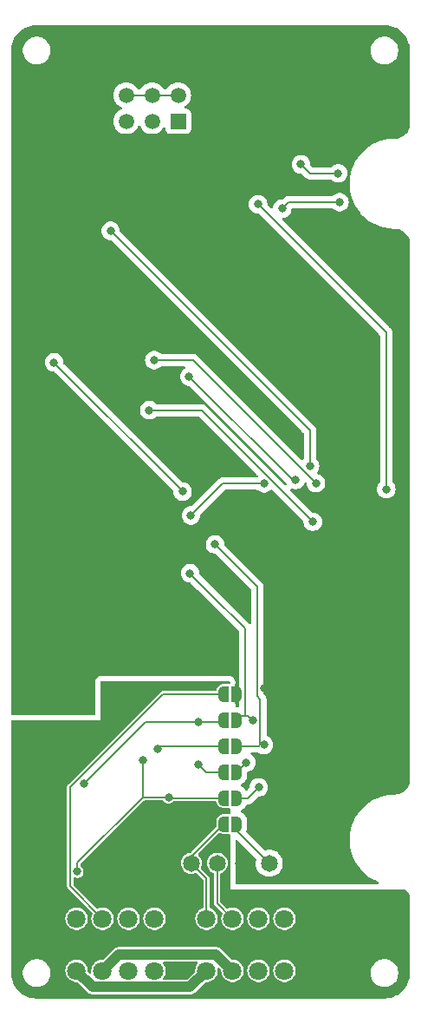
<source format=gbr>
%TF.GenerationSoftware,KiCad,Pcbnew,8.0.3-8.0.3-0~ubuntu22.04.1*%
%TF.CreationDate,2024-10-28T10:49:34+03:00*%
%TF.ProjectId,PM-ESPC3,504d2d45-5350-4433-932e-6b696361645f,rev?*%
%TF.SameCoordinates,Original*%
%TF.FileFunction,Copper,L2,Bot*%
%TF.FilePolarity,Positive*%
%FSLAX46Y46*%
G04 Gerber Fmt 4.6, Leading zero omitted, Abs format (unit mm)*
G04 Created by KiCad (PCBNEW 8.0.3-8.0.3-0~ubuntu22.04.1) date 2024-10-28 10:49:34*
%MOMM*%
%LPD*%
G01*
G04 APERTURE LIST*
G04 Aperture macros list*
%AMFreePoly0*
4,1,19,0.500000,-0.750000,0.000000,-0.750000,0.000000,-0.744911,-0.071157,-0.744911,-0.207708,-0.704816,-0.327430,-0.627875,-0.420627,-0.520320,-0.479746,-0.390866,-0.500000,-0.250000,-0.500000,0.250000,-0.479746,0.390866,-0.420627,0.520320,-0.327430,0.627875,-0.207708,0.704816,-0.071157,0.744911,0.000000,0.744911,0.000000,0.750000,0.500000,0.750000,0.500000,-0.750000,0.500000,-0.750000,
$1*%
%AMFreePoly1*
4,1,19,0.000000,0.744911,0.071157,0.744911,0.207708,0.704816,0.327430,0.627875,0.420627,0.520320,0.479746,0.390866,0.500000,0.250000,0.500000,-0.250000,0.479746,-0.390866,0.420627,-0.520320,0.327430,-0.627875,0.207708,-0.704816,0.071157,-0.744911,0.000000,-0.744911,0.000000,-0.750000,-0.500000,-0.750000,-0.500000,0.750000,0.000000,0.750000,0.000000,0.744911,0.000000,0.744911,
$1*%
G04 Aperture macros list end*
%TA.AperFunction,ComponentPad*%
%ADD10R,1.500000X1.500000*%
%TD*%
%TA.AperFunction,ComponentPad*%
%ADD11C,1.500000*%
%TD*%
%TA.AperFunction,ComponentPad*%
%ADD12O,1.000000X1.700000*%
%TD*%
%TA.AperFunction,ComponentPad*%
%ADD13C,1.800000*%
%TD*%
%TA.AperFunction,ComponentPad*%
%ADD14C,1.650000*%
%TD*%
%TA.AperFunction,SMDPad,CuDef*%
%ADD15FreePoly0,0.000000*%
%TD*%
%TA.AperFunction,SMDPad,CuDef*%
%ADD16FreePoly1,0.000000*%
%TD*%
%TA.AperFunction,SMDPad,CuDef*%
%ADD17FreePoly0,180.000000*%
%TD*%
%TA.AperFunction,SMDPad,CuDef*%
%ADD18FreePoly1,180.000000*%
%TD*%
%TA.AperFunction,ViaPad*%
%ADD19C,0.800000*%
%TD*%
%TA.AperFunction,Conductor*%
%ADD20C,0.200000*%
%TD*%
%TA.AperFunction,Conductor*%
%ADD21C,1.000000*%
%TD*%
G04 APERTURE END LIST*
D10*
%TO.P,SW4,1*%
%TO.N,/MOSI*%
X-10160000Y38100000D03*
D11*
%TO.P,SW4,2*%
%TO.N,/MISO*%
X-12700000Y38100000D03*
%TO.P,SW4,3*%
%TO.N,/SCK*%
X-15240000Y38100000D03*
%TO.P,SW4,4*%
%TO.N,Net-(R6-Pad2)*%
X-10160000Y40640000D03*
%TO.P,SW4,5*%
X-12700000Y40640000D03*
%TO.P,SW4,6*%
X-15240000Y40640000D03*
%TD*%
D12*
%TO.P,J1,5,GND*%
%TO.N,GND*%
X5365029Y45855108D03*
X-284973Y45855108D03*
%TD*%
D13*
%TO.P,XG1,1,Pin_1*%
%TO.N,+5V_ISO*%
X-20100000Y-39700000D03*
X-20100000Y-44780000D03*
%TO.P,XG1,2,Pin_2*%
%TO.N,GND_ISO*%
X-17560000Y-39700000D03*
X-17560000Y-44780000D03*
%TO.P,XG1,3,Pin_3*%
%TO.N,/A*%
X-15020000Y-39700000D03*
%TO.P,XG1,4,Pin_4*%
%TO.N,/B*%
X-12480000Y-39700000D03*
%TO.P,XG1,5,Pin_5*%
%TO.N,PE*%
X-9940000Y-39700000D03*
X-9940000Y-44780000D03*
%TO.P,XG1,6,Pin_6*%
%TO.N,+5V_ISO*%
X-7400000Y-39700000D03*
X-7400000Y-44780000D03*
%TO.P,XG1,7,Pin_7*%
%TO.N,GND_ISO*%
X-4860000Y-39700000D03*
X-4860000Y-44780000D03*
%TO.P,XG1,8,Pin_8*%
%TO.N,/A*%
X-2320000Y-39700000D03*
%TO.P,XG1,9,Pin_9*%
%TO.N,/B*%
X220000Y-39700000D03*
%TO.P,XG1,10,Pin_10*%
%TO.N,PE*%
X2760000Y-39700000D03*
X2760000Y-44780000D03*
%TO.P,XG1,13*%
%TO.N,N/C*%
X-15020000Y-44780000D03*
%TO.P,XG1,14*%
X-12480000Y-44780000D03*
%TO.P,XG1,18*%
X-2320000Y-44780000D03*
%TO.P,XG1,19*%
X220000Y-44780000D03*
%TD*%
D14*
%TO.P,PS1,1,GND*%
%TO.N,+5V_ISO*%
X-8890000Y-34290000D03*
%TO.P,PS1,2,VIN*%
%TO.N,GND_ISO*%
X-6350000Y-34290000D03*
%TO.P,PS1,3,0V*%
%TO.N,GND*%
X-3810000Y-34290000D03*
%TO.P,PS1,4,+VO*%
%TO.N,Net-(D2-A)*%
X-1270000Y-34290000D03*
%TD*%
D15*
%TO.P,JP5,1,A*%
%TO.N,GND_ISO*%
X-5730000Y-17780000D03*
D16*
%TO.P,JP5,2,B*%
%TO.N,GND*%
X-4430000Y-17780000D03*
%TD*%
D17*
%TO.P,JP4,1,A*%
%TO.N,+3.3V*%
X-4430000Y-27940000D03*
D18*
%TO.P,JP4,2,B*%
%TO.N,+3.3V_ISO*%
X-5730000Y-27940000D03*
%TD*%
D17*
%TO.P,JP2,1,A*%
%TO.N,/UART_RX*%
X-4430000Y-20320000D03*
D18*
%TO.P,JP2,2,B*%
%TO.N,/UART_RX_ISO*%
X-5730000Y-20320000D03*
%TD*%
D17*
%TO.P,JP1,1,A*%
%TO.N,/UART_TX*%
X-4430000Y-25400000D03*
D18*
%TO.P,JP1,2,B*%
%TO.N,/UART_TX_ISO*%
X-5730000Y-25400000D03*
%TD*%
D15*
%TO.P,JP6,1,A*%
%TO.N,+5V_ISO*%
X-5730000Y-30480000D03*
D16*
%TO.P,JP6,2,B*%
%TO.N,Net-(D2-A)*%
X-4430000Y-30480000D03*
%TD*%
D17*
%TO.P,JP3,1,A*%
%TO.N,/UART_DIR*%
X-4430000Y-22860000D03*
D18*
%TO.P,JP3,2,B*%
%TO.N,/UART_DIR_ISO*%
X-5730000Y-22860000D03*
%TD*%
D19*
%TO.N,/EN*%
X5608200Y30204200D03*
X0Y29577700D03*
%TO.N,GND*%
X10192000Y26426600D03*
X0Y25694900D03*
X-1762200Y-25390000D03*
X6563100Y41883100D03*
X-5690000Y13310000D03*
X-5080000Y-12997000D03*
X10160000Y-6112000D03*
X1950000Y-15255000D03*
X5080000Y25693100D03*
X5080000Y-17470000D03*
X-21956500Y5452000D03*
X-2222300Y43252500D03*
X5080000Y-33315000D03*
X-1737400Y-17249000D03*
X-18917800Y-14379000D03*
X-18936100Y25302500D03*
X0Y33302900D03*
X5080000Y-25695000D03*
X10160000Y-15072000D03*
%TO.N,Net-(R4-Pad2)*%
X10172300Y2209600D03*
X-2353500Y30000000D03*
%TO.N,/SCL*%
X-13000000Y9912000D03*
X3000000Y-983000D03*
%TO.N,/SDA*%
X3302800Y2794600D03*
X-12498100Y14788000D03*
%TO.N,/USB_D+*%
X-8919500Y-364000D03*
X-1756000Y2749200D03*
%TO.N,+5V*%
X-9732400Y1969000D03*
X-22303000Y14577300D03*
%TO.N,+3.3V*%
X1830000Y33890000D03*
X-2297900Y-26891000D03*
X5478000Y33020000D03*
%TO.N,/UART_DIR*%
X-6565000Y-3187000D03*
X-1791600Y-22753000D03*
%TO.N,/UART_RX*%
X-9000000Y-6000000D03*
X-2853000Y-20375000D03*
%TO.N,/UART_TX*%
X-3502400Y-24460000D03*
%TO.N,/CS2*%
X-16767300Y27406600D03*
X2723400Y4467500D03*
%TO.N,/CS3*%
X1299400Y3081200D03*
X-9093500Y13170000D03*
%TO.N,+3.3V_ISO*%
X-13614300Y-24268000D03*
X-11112300Y-27868000D03*
X-20016900Y-35118000D03*
%TO.N,/UART_DIR_ISO*%
X-12134200Y-23136000D03*
%TO.N,/UART_RX_ISO*%
X-19368900Y-26507000D03*
X-8190000Y-20508000D03*
%TO.N,/UART_TX_ISO*%
X-8169000Y-24671000D03*
%TD*%
D20*
%TO.N,/EN*%
X5608200Y30204200D02*
X626500Y30204200D01*
X626500Y30204200D02*
X0Y29577700D01*
%TO.N,Net-(R4-Pad2)*%
X10172300Y17474200D02*
X-2353500Y30000000D01*
X10172300Y2209600D02*
X10172300Y17474200D01*
%TO.N,/SCL*%
X-7895100Y9912000D02*
X3000000Y-983000D01*
X-13000000Y9912000D02*
X-7895100Y9912000D01*
%TO.N,/SDA*%
X3302800Y2794600D02*
X-8690600Y14788000D01*
X-8690600Y14788000D02*
X-12498100Y14788000D01*
%TO.N,/USB_D+*%
X-1756000Y2749200D02*
X-5805900Y2749200D01*
X-5805900Y2749200D02*
X-8919500Y-364000D01*
%TO.N,+5V*%
X-22303000Y14539600D02*
X-22303000Y14577300D01*
X-9732400Y1969000D02*
X-22303000Y14539600D01*
%TO.N,+3.3V*%
X-3347300Y-27940000D02*
X-2297900Y-26891000D01*
X-4430000Y-27940000D02*
X-3347300Y-27940000D01*
X2700000Y33020000D02*
X1830000Y33890000D01*
X5478000Y33020000D02*
X2700000Y33020000D01*
%TO.N,Net-(R6-Pad2)*%
X-12700000Y40640000D02*
X-10160000Y40640000D01*
X-15240000Y40640000D02*
X-12700000Y40640000D01*
%TO.N,/UART_DIR*%
X-2440300Y-7312000D02*
X-6565000Y-3187000D01*
X-2440300Y-17995000D02*
X-2440300Y-7312000D01*
X-2144000Y-18291000D02*
X-2440300Y-17995000D01*
X-4430000Y-22860000D02*
X-2250800Y-22860000D01*
X-2250800Y-22860000D02*
X-2144000Y-22753000D01*
X-2144000Y-22753000D02*
X-1791600Y-22753000D01*
X-2144000Y-22753000D02*
X-2144000Y-18291000D01*
%TO.N,/UART_RX*%
X-6966700Y-8035000D02*
X-3593200Y-11409000D01*
X-9000000Y-6000000D02*
X-6966700Y-8033000D01*
X-6966700Y-8033000D02*
X-6966700Y-8035000D01*
X-3326700Y-19902000D02*
X-2853000Y-20375000D01*
X-3593200Y-11409000D02*
X-3593200Y-19902000D01*
X-4430000Y-20320000D02*
X-4011600Y-19902000D01*
X-4011600Y-19902000D02*
X-3593200Y-19902000D01*
X-3593200Y-19902000D02*
X-3326700Y-19902000D01*
%TO.N,/UART_TX*%
X-4430000Y-25400000D02*
X-3502400Y-24472000D01*
X-3502400Y-24472000D02*
X-3502400Y-24460000D01*
%TO.N,/CS2*%
X2723400Y7915900D02*
X2723400Y4467500D01*
X-16767300Y27406600D02*
X2723400Y7915900D01*
%TO.N,/CS3*%
X995300Y3081200D02*
X1299400Y3081200D01*
X-9093500Y13170000D02*
X995300Y3081200D01*
%TO.N,+3.3V_ISO*%
X-13614300Y-27868000D02*
X-20016900Y-34270000D01*
X-11039800Y-27940000D02*
X-5730000Y-27940000D01*
X-11112300Y-27868000D02*
X-13614300Y-27868000D01*
X-11112300Y-27868000D02*
X-11039800Y-27940000D01*
X-20016900Y-34270000D02*
X-20016900Y-35118000D01*
X-13614300Y-27868000D02*
X-13614300Y-24268000D01*
%TO.N,/UART_DIR_ISO*%
X-11857700Y-22860000D02*
X-12134200Y-23136000D01*
X-5730000Y-22860000D02*
X-11857700Y-22860000D01*
%TO.N,GND_ISO*%
X-6350000Y-38210000D02*
X-4860000Y-39700000D01*
X-20718700Y-26854000D02*
X-20718700Y-36541000D01*
X-6350000Y-34290000D02*
X-6350000Y-38210000D01*
X-20718700Y-36541000D02*
X-17560000Y-39700000D01*
D21*
X-17560000Y-44780000D02*
X-15960000Y-43180000D01*
X-15960000Y-43180000D02*
X-6460000Y-43180000D01*
D20*
X-11644300Y-17780000D02*
X-20718700Y-26854000D01*
X-5730000Y-17780000D02*
X-11644300Y-17780000D01*
D21*
X-6460000Y-43180000D02*
X-4860000Y-44780000D01*
D20*
%TO.N,/UART_RX_ISO*%
X-8190000Y-20508000D02*
X-13369400Y-20508000D01*
X-5917500Y-20508000D02*
X-8190000Y-20508000D01*
X-5730000Y-20320000D02*
X-5917500Y-20508000D01*
X-13369400Y-20508000D02*
X-19368900Y-26507000D01*
%TO.N,/UART_TX_ISO*%
X-7440100Y-25400000D02*
X-8169000Y-24671000D01*
X-5730000Y-25400000D02*
X-7440100Y-25400000D01*
%TO.N,Net-(D2-A)*%
X-4430000Y-30480000D02*
X-4430000Y-31130000D01*
X-4430000Y-31130000D02*
X-1270000Y-34290000D01*
%TO.N,+5V_ISO*%
X-5730000Y-30480000D02*
X-8890000Y-33640000D01*
D21*
X-9000000Y-46380000D02*
X-7400000Y-44780000D01*
X-18500000Y-46380000D02*
X-9000000Y-46380000D01*
X-20100000Y-44780000D02*
X-18500000Y-46380000D01*
D20*
X-8890000Y-33640000D02*
X-8890000Y-34290000D01*
X-7400000Y-35780000D02*
X-8890000Y-34290000D01*
X-7400000Y-39700000D02*
X-7400000Y-35780000D01*
%TD*%
%TA.AperFunction,Conductor*%
%TO.N,PE*%
G36*
X-8281760Y-43900185D02*
G01*
X-8236005Y-43952989D01*
X-8226061Y-44022147D01*
X-8249845Y-44079227D01*
X-8339673Y-44198178D01*
X-8430578Y-44380739D01*
X-8430583Y-44380752D01*
X-8486398Y-44576917D01*
X-8505215Y-44779999D01*
X-8505215Y-44780003D01*
X-8500872Y-44826883D01*
X-8514288Y-44895453D01*
X-8536662Y-44926003D01*
X-9253838Y-45643181D01*
X-9315161Y-45676666D01*
X-9341519Y-45679500D01*
X-11531201Y-45679500D01*
X-11598240Y-45659815D01*
X-11643995Y-45607011D01*
X-11653939Y-45537853D01*
X-11630155Y-45480773D01*
X-11610448Y-45454675D01*
X-11540327Y-45361821D01*
X-11449418Y-45179250D01*
X-11393603Y-44983083D01*
X-11374785Y-44780000D01*
X-11379130Y-44733114D01*
X-11393603Y-44576917D01*
X-11420728Y-44481585D01*
X-11449418Y-44380750D01*
X-11540327Y-44198179D01*
X-11630155Y-44079227D01*
X-11654847Y-44013865D01*
X-11640282Y-43945531D01*
X-11591084Y-43895918D01*
X-11531201Y-43880500D01*
X-8348799Y-43880500D01*
X-8281760Y-43900185D01*
G37*
%TD.AperFunction*%
%TA.AperFunction,Conductor*%
G36*
X-5136961Y-16529685D02*
G01*
X-5091206Y-16582489D01*
X-5080000Y-16634000D01*
X-5080000Y-16703244D01*
X-5099685Y-16770283D01*
X-5152489Y-16816038D01*
X-5221647Y-16825982D01*
X-5229064Y-16824605D01*
X-5230000Y-16824500D01*
X-5801889Y-16824500D01*
X-5801891Y-16824500D01*
X-5859778Y-16832822D01*
X-5859790Y-16832825D01*
X-5997740Y-16873331D01*
X-6050945Y-16897629D01*
X-6050951Y-16897631D01*
X-6171899Y-16975360D01*
X-6171900Y-16975361D01*
X-6216108Y-17013669D01*
X-6310251Y-17122315D01*
X-6310262Y-17122331D01*
X-6341879Y-17171527D01*
X-6341888Y-17171543D01*
X-6401607Y-17302310D01*
X-6418088Y-17358438D01*
X-6418090Y-17358443D01*
X-6420203Y-17373147D01*
X-6449228Y-17436703D01*
X-6508006Y-17474477D01*
X-6542941Y-17479500D01*
X-11644293Y-17479500D01*
X-11683855Y-17479499D01*
X-11683856Y-17479499D01*
X-11683860Y-17479499D01*
X-11699388Y-17483659D01*
X-11717318Y-17488464D01*
X-11736265Y-17493540D01*
X-11760287Y-17499977D01*
X-11793402Y-17519095D01*
X-11793402Y-17519096D01*
X-11828806Y-17539536D01*
X-11828811Y-17539539D01*
X-11828811Y-17539540D01*
X-11841112Y-17551841D01*
X-20898871Y-26609201D01*
X-20898895Y-26609222D01*
X-20934605Y-26644934D01*
X-20934608Y-26644937D01*
X-20959157Y-26669484D01*
X-20980549Y-26706537D01*
X-20980550Y-26706538D01*
X-20998711Y-26737991D01*
X-20998720Y-26738007D01*
X-20998725Y-26738023D01*
X-21001253Y-26747461D01*
X-21001255Y-26747469D01*
X-21018236Y-26810836D01*
X-21019064Y-26813592D01*
X-21019200Y-26814432D01*
X-21019200Y-26850969D01*
X-21019201Y-26903542D01*
X-21019200Y-26903555D01*
X-21019200Y-36536011D01*
X-21019202Y-36580567D01*
X-21019198Y-36580595D01*
X-21018984Y-36581368D01*
X-21010238Y-36614010D01*
X-21010238Y-36614017D01*
X-20998727Y-36656979D01*
X-20998721Y-36656989D01*
X-20981316Y-36687137D01*
X-20959169Y-36725500D01*
X-20959168Y-36725501D01*
X-20959165Y-36725506D01*
X-20959161Y-36725510D01*
X-20959160Y-36725511D01*
X-20938090Y-36746581D01*
X-20938086Y-36746585D01*
X-18585042Y-39099852D01*
X-18551560Y-39161177D01*
X-18556547Y-39230868D01*
X-18561727Y-39242800D01*
X-18590581Y-39300744D01*
X-18590581Y-39300746D01*
X-18646398Y-39496917D01*
X-18665215Y-39699999D01*
X-18665215Y-39700000D01*
X-18646398Y-39903082D01*
X-18590583Y-40099247D01*
X-18590578Y-40099260D01*
X-18499673Y-40281821D01*
X-18376763Y-40444581D01*
X-18226042Y-40581980D01*
X-18226040Y-40581982D01*
X-18126859Y-40643392D01*
X-18052637Y-40689348D01*
X-17862456Y-40763024D01*
X-17661976Y-40800500D01*
X-17661974Y-40800500D01*
X-17458026Y-40800500D01*
X-17458024Y-40800500D01*
X-17257544Y-40763024D01*
X-17067363Y-40689348D01*
X-16893959Y-40581981D01*
X-16743236Y-40444579D01*
X-16620327Y-40281821D01*
X-16529418Y-40099250D01*
X-16473603Y-39903083D01*
X-16454785Y-39700000D01*
X-16454785Y-39699999D01*
X-16125215Y-39699999D01*
X-16125215Y-39700000D01*
X-16106398Y-39903082D01*
X-16050583Y-40099247D01*
X-16050578Y-40099260D01*
X-15959673Y-40281821D01*
X-15836763Y-40444581D01*
X-15686042Y-40581980D01*
X-15686040Y-40581982D01*
X-15586859Y-40643392D01*
X-15512637Y-40689348D01*
X-15322456Y-40763024D01*
X-15121976Y-40800500D01*
X-15121974Y-40800500D01*
X-14918026Y-40800500D01*
X-14918024Y-40800500D01*
X-14717544Y-40763024D01*
X-14527363Y-40689348D01*
X-14353959Y-40581981D01*
X-14203236Y-40444579D01*
X-14080327Y-40281821D01*
X-13989418Y-40099250D01*
X-13933603Y-39903083D01*
X-13914785Y-39700000D01*
X-13914785Y-39699999D01*
X-13585215Y-39699999D01*
X-13585215Y-39700000D01*
X-13566398Y-39903082D01*
X-13510583Y-40099247D01*
X-13510578Y-40099260D01*
X-13419673Y-40281821D01*
X-13296763Y-40444581D01*
X-13146042Y-40581980D01*
X-13146040Y-40581982D01*
X-13046859Y-40643392D01*
X-12972637Y-40689348D01*
X-12782456Y-40763024D01*
X-12581976Y-40800500D01*
X-12581974Y-40800500D01*
X-12378026Y-40800500D01*
X-12378024Y-40800500D01*
X-12177544Y-40763024D01*
X-11987363Y-40689348D01*
X-11813959Y-40581981D01*
X-11663236Y-40444579D01*
X-11540327Y-40281821D01*
X-11449418Y-40099250D01*
X-11393603Y-39903083D01*
X-11374785Y-39700000D01*
X-11393603Y-39496917D01*
X-11449418Y-39300750D01*
X-11540327Y-39118179D01*
X-11663236Y-38955421D01*
X-11663238Y-38955418D01*
X-11813959Y-38818019D01*
X-11813961Y-38818017D01*
X-11987358Y-38710655D01*
X-11987365Y-38710651D01*
X-12100298Y-38666901D01*
X-12177544Y-38636976D01*
X-12378024Y-38599500D01*
X-12581976Y-38599500D01*
X-12782456Y-38636976D01*
X-12782459Y-38636976D01*
X-12782459Y-38636977D01*
X-12972636Y-38710651D01*
X-12972643Y-38710655D01*
X-13146040Y-38818017D01*
X-13146042Y-38818019D01*
X-13296763Y-38955418D01*
X-13419673Y-39118178D01*
X-13510578Y-39300739D01*
X-13510583Y-39300752D01*
X-13566398Y-39496917D01*
X-13585215Y-39699999D01*
X-13914785Y-39699999D01*
X-13933603Y-39496917D01*
X-13989418Y-39300750D01*
X-14080327Y-39118179D01*
X-14203236Y-38955421D01*
X-14203238Y-38955418D01*
X-14353959Y-38818019D01*
X-14353961Y-38818017D01*
X-14527358Y-38710655D01*
X-14527365Y-38710651D01*
X-14640298Y-38666901D01*
X-14717544Y-38636976D01*
X-14918024Y-38599500D01*
X-15121976Y-38599500D01*
X-15322456Y-38636976D01*
X-15322459Y-38636976D01*
X-15322459Y-38636977D01*
X-15512636Y-38710651D01*
X-15512643Y-38710655D01*
X-15686040Y-38818017D01*
X-15686042Y-38818019D01*
X-15836763Y-38955418D01*
X-15959673Y-39118178D01*
X-16050578Y-39300739D01*
X-16050583Y-39300752D01*
X-16106398Y-39496917D01*
X-16125215Y-39699999D01*
X-16454785Y-39699999D01*
X-16473603Y-39496917D01*
X-16529418Y-39300750D01*
X-16620327Y-39118179D01*
X-16743236Y-38955421D01*
X-16743238Y-38955418D01*
X-16893959Y-38818019D01*
X-16893961Y-38818017D01*
X-17067358Y-38710655D01*
X-17067365Y-38710651D01*
X-17180298Y-38666901D01*
X-17257544Y-38636976D01*
X-17458024Y-38599500D01*
X-17661976Y-38599500D01*
X-17862456Y-38636976D01*
X-17862459Y-38636976D01*
X-17862459Y-38636977D01*
X-18028948Y-38701475D01*
X-18098572Y-38707337D01*
X-18160312Y-38674627D01*
X-18161427Y-38673525D01*
X-18197972Y-38636977D01*
X-18939299Y-37895579D01*
X-20381885Y-36452856D01*
X-20415367Y-36391531D01*
X-20418200Y-36365179D01*
X-20418200Y-35787332D01*
X-20398515Y-35720293D01*
X-20345711Y-35674538D01*
X-20276553Y-35664594D01*
X-20246749Y-35672770D01*
X-20173662Y-35703044D01*
X-20095281Y-35713363D01*
X-20016901Y-35723682D01*
X-20016900Y-35723682D01*
X-20016899Y-35723682D01*
X-19964646Y-35716802D01*
X-19860138Y-35703044D01*
X-19714059Y-35642536D01*
X-19588618Y-35546282D01*
X-19492364Y-35420841D01*
X-19431856Y-35274762D01*
X-19418098Y-35170254D01*
X-19411218Y-35118001D01*
X-19411218Y-35117998D01*
X-19431856Y-34961239D01*
X-19431856Y-34961238D01*
X-19492364Y-34815159D01*
X-19588618Y-34689718D01*
X-19588620Y-34689717D01*
X-19588620Y-34689716D01*
X-19667886Y-34628894D01*
X-19709089Y-34572466D01*
X-19716400Y-34530518D01*
X-19716400Y-34445844D01*
X-19696715Y-34378805D01*
X-19680077Y-34358159D01*
X-19614404Y-34292493D01*
X-16538382Y-31216759D01*
X-13526155Y-28204815D01*
X-13464830Y-28171333D01*
X-13438478Y-28168500D01*
X-11699782Y-28168500D01*
X-11632743Y-28188185D01*
X-11601408Y-28217013D01*
X-11577776Y-28247810D01*
X-11546161Y-28289012D01*
X-11540582Y-28296282D01*
X-11415141Y-28392536D01*
X-11269062Y-28453044D01*
X-11190681Y-28463363D01*
X-11112301Y-28473682D01*
X-11112300Y-28473682D01*
X-11112299Y-28473682D01*
X-11060046Y-28466802D01*
X-10955538Y-28453044D01*
X-10809459Y-28392536D01*
X-10684018Y-28296282D01*
X-10678439Y-28289011D01*
X-10622011Y-28247810D01*
X-10580065Y-28240500D01*
X-6542941Y-28240500D01*
X-6475902Y-28260185D01*
X-6430147Y-28312989D01*
X-6420203Y-28346853D01*
X-6418090Y-28361556D01*
X-6418088Y-28361561D01*
X-6401607Y-28417689D01*
X-6341888Y-28548456D01*
X-6341879Y-28548472D01*
X-6318865Y-28584282D01*
X-6310259Y-28597673D01*
X-6310256Y-28597676D01*
X-6310252Y-28597682D01*
X-6250803Y-28666290D01*
X-6216105Y-28706334D01*
X-6171900Y-28744638D01*
X-6171899Y-28744639D01*
X-6050951Y-28822368D01*
X-6050949Y-28822368D01*
X-6050945Y-28822371D01*
X-5997740Y-28846669D01*
X-5859785Y-28887176D01*
X-5801889Y-28895500D01*
X-5801886Y-28895500D01*
X-5229998Y-28895500D01*
X-5217885Y-28894135D01*
X-5149063Y-28906189D01*
X-5097683Y-28953537D01*
X-5080000Y-29017355D01*
X-5080000Y-29403244D01*
X-5099685Y-29470283D01*
X-5152489Y-29516038D01*
X-5221647Y-29525982D01*
X-5229064Y-29524605D01*
X-5230000Y-29524500D01*
X-5801889Y-29524500D01*
X-5801891Y-29524500D01*
X-5859778Y-29532822D01*
X-5859790Y-29532825D01*
X-5997740Y-29573331D01*
X-6050945Y-29597629D01*
X-6050951Y-29597631D01*
X-6171899Y-29675360D01*
X-6171900Y-29675361D01*
X-6216108Y-29713669D01*
X-6310251Y-29822315D01*
X-6310262Y-29822331D01*
X-6341879Y-29871527D01*
X-6341888Y-29871543D01*
X-6401607Y-30002310D01*
X-6418088Y-30058438D01*
X-6418090Y-30058443D01*
X-6438550Y-30200754D01*
X-6438550Y-30259244D01*
X-6436762Y-30271680D01*
X-6435500Y-30289327D01*
X-6435500Y-30670673D01*
X-6436762Y-30688319D01*
X-6438550Y-30700753D01*
X-6438550Y-30712216D01*
X-6458235Y-30779255D01*
X-6474869Y-30799897D01*
X-8907999Y-33233026D01*
X-8969322Y-33266511D01*
X-8983524Y-33268748D01*
X-9091032Y-33279337D01*
X-9284346Y-33337978D01*
X-9462489Y-33433198D01*
X-9462496Y-33433203D01*
X-9618648Y-33561352D01*
X-9746797Y-33717504D01*
X-9746802Y-33717511D01*
X-9842022Y-33895654D01*
X-9900663Y-34088968D01*
X-9920462Y-34290000D01*
X-9900663Y-34491031D01*
X-9842022Y-34684345D01*
X-9746802Y-34862488D01*
X-9746797Y-34862495D01*
X-9618648Y-35018647D01*
X-9509984Y-35107824D01*
X-9462494Y-35146798D01*
X-9462491Y-35146799D01*
X-9462489Y-35146801D01*
X-9284346Y-35242021D01*
X-9284344Y-35242021D01*
X-9284341Y-35242023D01*
X-9091033Y-35300662D01*
X-8890000Y-35320462D01*
X-8688967Y-35300662D01*
X-8495659Y-35242023D01*
X-8490284Y-35239150D01*
X-8421882Y-35224905D01*
X-8356637Y-35249903D01*
X-8344146Y-35260825D01*
X-7736819Y-35868152D01*
X-7703334Y-35929475D01*
X-7700500Y-35955833D01*
X-7700500Y-38551275D01*
X-7720185Y-38618314D01*
X-7772989Y-38664069D01*
X-7779705Y-38666901D01*
X-7892630Y-38710648D01*
X-7892643Y-38710655D01*
X-8066040Y-38818017D01*
X-8066042Y-38818019D01*
X-8216763Y-38955418D01*
X-8339673Y-39118178D01*
X-8430578Y-39300739D01*
X-8430583Y-39300752D01*
X-8486398Y-39496917D01*
X-8505215Y-39699999D01*
X-8505215Y-39700000D01*
X-8486398Y-39903082D01*
X-8430583Y-40099247D01*
X-8430578Y-40099260D01*
X-8339673Y-40281821D01*
X-8216763Y-40444581D01*
X-8066042Y-40581980D01*
X-8066040Y-40581982D01*
X-7966859Y-40643392D01*
X-7892637Y-40689348D01*
X-7702456Y-40763024D01*
X-7501976Y-40800500D01*
X-7501974Y-40800500D01*
X-7298026Y-40800500D01*
X-7298024Y-40800500D01*
X-7097544Y-40763024D01*
X-6907363Y-40689348D01*
X-6733959Y-40581981D01*
X-6583236Y-40444579D01*
X-6460327Y-40281821D01*
X-6369418Y-40099250D01*
X-6313603Y-39903083D01*
X-6294785Y-39700000D01*
X-6313603Y-39496917D01*
X-6369418Y-39300750D01*
X-6460327Y-39118179D01*
X-6583236Y-38955421D01*
X-6583238Y-38955418D01*
X-6733959Y-38818019D01*
X-6733961Y-38818017D01*
X-6907358Y-38710655D01*
X-6907360Y-38710654D01*
X-6907363Y-38710652D01*
X-6907366Y-38710651D01*
X-6907371Y-38710648D01*
X-7020295Y-38666901D01*
X-7075696Y-38624328D01*
X-7099286Y-38558561D01*
X-7099500Y-38551275D01*
X-7099500Y-35740439D01*
X-7109520Y-35703044D01*
X-7119979Y-35664011D01*
X-7119983Y-35664004D01*
X-7159536Y-35595495D01*
X-7159542Y-35595487D01*
X-7919175Y-34835854D01*
X-7952660Y-34774531D01*
X-7947676Y-34704839D01*
X-7940850Y-34689716D01*
X-7940723Y-34689477D01*
X-7937977Y-34684341D01*
X-7879338Y-34491033D01*
X-7859538Y-34290000D01*
X-7380462Y-34290000D01*
X-7360663Y-34491031D01*
X-7302022Y-34684345D01*
X-7206802Y-34862488D01*
X-7206797Y-34862495D01*
X-7078648Y-35018647D01*
X-6969984Y-35107824D01*
X-6922494Y-35146798D01*
X-6922491Y-35146799D01*
X-6922489Y-35146801D01*
X-6744349Y-35242019D01*
X-6744347Y-35242019D01*
X-6744341Y-35242023D01*
X-6738508Y-35243792D01*
X-6680069Y-35282086D01*
X-6651610Y-35345897D01*
X-6650500Y-35362453D01*
X-6650500Y-38249562D01*
X-6636848Y-38300513D01*
X-6630021Y-38325990D01*
X-6630018Y-38325995D01*
X-6590465Y-38394504D01*
X-6590459Y-38394512D01*
X-5885073Y-39099898D01*
X-5851588Y-39161221D01*
X-5856572Y-39230913D01*
X-5861752Y-39242847D01*
X-5890581Y-39300747D01*
X-5890582Y-39300750D01*
X-5897710Y-39325801D01*
X-5946398Y-39496917D01*
X-5965215Y-39699999D01*
X-5965215Y-39700000D01*
X-5946398Y-39903082D01*
X-5890583Y-40099247D01*
X-5890578Y-40099260D01*
X-5799673Y-40281821D01*
X-5676763Y-40444581D01*
X-5526042Y-40581980D01*
X-5526040Y-40581982D01*
X-5426859Y-40643392D01*
X-5352637Y-40689348D01*
X-5162456Y-40763024D01*
X-4961976Y-40800500D01*
X-4961974Y-40800500D01*
X-4758026Y-40800500D01*
X-4758024Y-40800500D01*
X-4557544Y-40763024D01*
X-4367363Y-40689348D01*
X-4193959Y-40581981D01*
X-4043236Y-40444579D01*
X-3920327Y-40281821D01*
X-3829418Y-40099250D01*
X-3773603Y-39903083D01*
X-3754785Y-39700000D01*
X-3754785Y-39699999D01*
X-3425215Y-39699999D01*
X-3425215Y-39700000D01*
X-3406398Y-39903082D01*
X-3350583Y-40099247D01*
X-3350578Y-40099260D01*
X-3259673Y-40281821D01*
X-3136763Y-40444581D01*
X-2986042Y-40581980D01*
X-2986040Y-40581982D01*
X-2886859Y-40643392D01*
X-2812637Y-40689348D01*
X-2622456Y-40763024D01*
X-2421976Y-40800500D01*
X-2421974Y-40800500D01*
X-2218026Y-40800500D01*
X-2218024Y-40800500D01*
X-2017544Y-40763024D01*
X-1827363Y-40689348D01*
X-1653959Y-40581981D01*
X-1503236Y-40444579D01*
X-1380327Y-40281821D01*
X-1289418Y-40099250D01*
X-1233603Y-39903083D01*
X-1214785Y-39700000D01*
X-1214785Y-39699999D01*
X-885215Y-39699999D01*
X-885215Y-39700000D01*
X-866398Y-39903082D01*
X-810583Y-40099247D01*
X-810578Y-40099260D01*
X-719673Y-40281821D01*
X-596763Y-40444581D01*
X-446042Y-40581980D01*
X-446040Y-40581982D01*
X-346859Y-40643392D01*
X-272637Y-40689348D01*
X-82456Y-40763024D01*
X118024Y-40800500D01*
X118026Y-40800500D01*
X321974Y-40800500D01*
X321976Y-40800500D01*
X522456Y-40763024D01*
X712637Y-40689348D01*
X886041Y-40581981D01*
X1036764Y-40444579D01*
X1159673Y-40281821D01*
X1250582Y-40099250D01*
X1306397Y-39903083D01*
X1325215Y-39700000D01*
X1306397Y-39496917D01*
X1250582Y-39300750D01*
X1159673Y-39118179D01*
X1036764Y-38955421D01*
X1036762Y-38955418D01*
X886041Y-38818019D01*
X886039Y-38818017D01*
X712642Y-38710655D01*
X712635Y-38710651D01*
X599702Y-38666901D01*
X522456Y-38636976D01*
X321976Y-38599500D01*
X118024Y-38599500D01*
X-82456Y-38636976D01*
X-82459Y-38636976D01*
X-82459Y-38636977D01*
X-272636Y-38710651D01*
X-272643Y-38710655D01*
X-446040Y-38818017D01*
X-446042Y-38818019D01*
X-596763Y-38955418D01*
X-719673Y-39118178D01*
X-810578Y-39300739D01*
X-810583Y-39300752D01*
X-866398Y-39496917D01*
X-885215Y-39699999D01*
X-1214785Y-39699999D01*
X-1233603Y-39496917D01*
X-1289418Y-39300750D01*
X-1380327Y-39118179D01*
X-1503236Y-38955421D01*
X-1503238Y-38955418D01*
X-1653959Y-38818019D01*
X-1653961Y-38818017D01*
X-1827358Y-38710655D01*
X-1827365Y-38710651D01*
X-1940298Y-38666901D01*
X-2017544Y-38636976D01*
X-2218024Y-38599500D01*
X-2421976Y-38599500D01*
X-2622456Y-38636976D01*
X-2622459Y-38636976D01*
X-2622459Y-38636977D01*
X-2812636Y-38710651D01*
X-2812643Y-38710655D01*
X-2986040Y-38818017D01*
X-2986042Y-38818019D01*
X-3136763Y-38955418D01*
X-3259673Y-39118178D01*
X-3350578Y-39300739D01*
X-3350583Y-39300752D01*
X-3406398Y-39496917D01*
X-3425215Y-39699999D01*
X-3754785Y-39699999D01*
X-3773603Y-39496917D01*
X-3829418Y-39300750D01*
X-3920327Y-39118179D01*
X-4043236Y-38955421D01*
X-4043238Y-38955418D01*
X-4193959Y-38818019D01*
X-4193961Y-38818017D01*
X-4367358Y-38710655D01*
X-4367365Y-38710651D01*
X-4480298Y-38666901D01*
X-4557544Y-38636976D01*
X-4758024Y-38599500D01*
X-4961976Y-38599500D01*
X-5094795Y-38624328D01*
X-5162462Y-38636977D01*
X-5329005Y-38701496D01*
X-5398628Y-38707358D01*
X-5460368Y-38674648D01*
X-5461479Y-38673550D01*
X-6013181Y-38121848D01*
X-6046666Y-38060525D01*
X-6049500Y-38034167D01*
X-6049500Y-35362453D01*
X-6029815Y-35295414D01*
X-5977011Y-35249659D01*
X-5961501Y-35243795D01*
X-5955659Y-35242023D01*
X-5777506Y-35146798D01*
X-5621353Y-35018647D01*
X-5493202Y-34862494D01*
X-5397977Y-34684341D01*
X-5339338Y-34491033D01*
X-5327403Y-34369853D01*
X-5301242Y-34305067D01*
X-5283474Y-34292493D01*
X-5285203Y-34291704D01*
X-5322977Y-34232926D01*
X-5327403Y-34210145D01*
X-5333958Y-34143590D01*
X-5339338Y-34088967D01*
X-5397977Y-33895659D01*
X-5397979Y-33895656D01*
X-5397979Y-33895654D01*
X-5493199Y-33717511D01*
X-5493201Y-33717509D01*
X-5493202Y-33717506D01*
X-5532176Y-33670016D01*
X-5621353Y-33561352D01*
X-5777505Y-33433203D01*
X-5777512Y-33433198D01*
X-5955655Y-33337978D01*
X-6148969Y-33279337D01*
X-6350000Y-33259538D01*
X-6551032Y-33279337D01*
X-6744346Y-33337978D01*
X-6922489Y-33433198D01*
X-6922496Y-33433203D01*
X-7078648Y-33561352D01*
X-7206797Y-33717504D01*
X-7206802Y-33717511D01*
X-7302022Y-33895654D01*
X-7360663Y-34088968D01*
X-7380462Y-34290000D01*
X-7859538Y-34290000D01*
X-7879338Y-34088967D01*
X-7937977Y-33895659D01*
X-7937979Y-33895656D01*
X-7937979Y-33895654D01*
X-8033199Y-33717511D01*
X-8033201Y-33717509D01*
X-8033202Y-33717506D01*
X-8161353Y-33561353D01*
X-8179193Y-33546712D01*
X-8218527Y-33488968D01*
X-8220398Y-33419123D01*
X-8188211Y-33363180D01*
X-6204672Y-31379641D01*
X-6143351Y-31346158D01*
X-6073659Y-31351142D01*
X-6054968Y-31360498D01*
X-6054831Y-31360249D01*
X-6050956Y-31362364D01*
X-6050945Y-31362371D01*
X-5997740Y-31386669D01*
X-5859785Y-31427176D01*
X-5801889Y-31435500D01*
X-5801886Y-31435500D01*
X-5229998Y-31435500D01*
X-5217885Y-31434135D01*
X-5149063Y-31446189D01*
X-5097683Y-31493537D01*
X-5080000Y-31557355D01*
X-5080000Y-34197991D01*
X-5099685Y-34265030D01*
X-5127312Y-34288968D01*
X-5114003Y-34296705D01*
X-5082172Y-34358903D01*
X-5080000Y-34382008D01*
X-5080000Y-36830000D01*
X11993849Y-36830000D01*
X12060888Y-36849685D01*
X12081530Y-36866319D01*
X12126973Y-36911762D01*
X12138559Y-36925133D01*
X12256146Y-37082211D01*
X12265711Y-37097094D01*
X12359742Y-37269297D01*
X12367092Y-37285390D01*
X12435663Y-37469235D01*
X12440647Y-37486211D01*
X12482352Y-37677930D01*
X12484870Y-37695441D01*
X12499185Y-37895579D01*
X12499501Y-37904426D01*
X12499501Y-44996248D01*
X12499275Y-45003735D01*
X12481729Y-45293794D01*
X12479924Y-45308659D01*
X12428220Y-45590797D01*
X12424636Y-45605335D01*
X12339307Y-45879166D01*
X12333998Y-45893167D01*
X12216276Y-46154736D01*
X12209317Y-46167995D01*
X12060929Y-46413459D01*
X12052423Y-46425782D01*
X11875527Y-46651573D01*
X11865597Y-46662781D01*
X11662782Y-46865596D01*
X11651574Y-46875526D01*
X11425783Y-47052423D01*
X11413460Y-47060929D01*
X11167996Y-47209317D01*
X11154737Y-47216276D01*
X10893169Y-47333998D01*
X10879168Y-47339307D01*
X10605337Y-47424636D01*
X10590799Y-47428220D01*
X10308660Y-47479924D01*
X10293795Y-47481729D01*
X10003770Y-47499273D01*
X9996283Y-47499499D01*
X-23996249Y-47499499D01*
X-24003736Y-47499273D01*
X-24293795Y-47481727D01*
X-24308660Y-47479922D01*
X-24590798Y-47428218D01*
X-24605336Y-47424634D01*
X-24879175Y-47339303D01*
X-24893173Y-47333994D01*
X-25045904Y-47265255D01*
X-25154731Y-47216276D01*
X-25167988Y-47209318D01*
X-25413459Y-47060927D01*
X-25425783Y-47052421D01*
X-25491702Y-47000777D01*
X-25651574Y-46875525D01*
X-25662782Y-46865595D01*
X-25865596Y-46662780D01*
X-25875526Y-46651572D01*
X-26052422Y-46425782D01*
X-26052427Y-46425775D01*
X-26060928Y-46413459D01*
X-26209317Y-46167994D01*
X-26216275Y-46154736D01*
X-26333997Y-45893167D01*
X-26339306Y-45879166D01*
X-26346711Y-45855404D01*
X-26424636Y-45605334D01*
X-26428219Y-45590797D01*
X-26479923Y-45308659D01*
X-26481728Y-45293794D01*
X-26488656Y-45179260D01*
X-26499275Y-45003712D01*
X-26499500Y-44996238D01*
X-26499500Y-44893713D01*
X-25350500Y-44893713D01*
X-25350500Y-45106286D01*
X-25318448Y-45308659D01*
X-25317246Y-45316243D01*
X-25252010Y-45517019D01*
X-25251556Y-45518414D01*
X-25155049Y-45707820D01*
X-25030110Y-45879786D01*
X-24879787Y-46030109D01*
X-24707821Y-46155048D01*
X-24707819Y-46155049D01*
X-24707816Y-46155051D01*
X-24518412Y-46251557D01*
X-24316243Y-46317246D01*
X-24106287Y-46350500D01*
X-24106286Y-46350500D01*
X-23893714Y-46350500D01*
X-23893713Y-46350500D01*
X-23683757Y-46317246D01*
X-23481588Y-46251557D01*
X-23292184Y-46155051D01*
X-23270211Y-46139086D01*
X-23120214Y-46030109D01*
X-23120212Y-46030106D01*
X-23120208Y-46030104D01*
X-22969896Y-45879792D01*
X-22969894Y-45879788D01*
X-22969891Y-45879786D01*
X-22844952Y-45707820D01*
X-22844953Y-45707820D01*
X-22844949Y-45707816D01*
X-22748443Y-45518412D01*
X-22682754Y-45316243D01*
X-22649500Y-45106287D01*
X-22649500Y-44893713D01*
X-22667511Y-44779999D01*
X-21205215Y-44779999D01*
X-21205215Y-44780000D01*
X-21186398Y-44983082D01*
X-21130583Y-45179247D01*
X-21130578Y-45179260D01*
X-21039673Y-45361821D01*
X-20916763Y-45524581D01*
X-20766042Y-45661980D01*
X-20766040Y-45661982D01*
X-20762648Y-45664082D01*
X-20592637Y-45769348D01*
X-20402456Y-45843024D01*
X-20201976Y-45880500D01*
X-20201974Y-45880500D01*
X-20041519Y-45880500D01*
X-19974480Y-45900185D01*
X-19953838Y-45916819D01*
X-18946547Y-46924111D01*
X-18946546Y-46924112D01*
X-18831808Y-47000777D01*
X-18707126Y-47052421D01*
X-18704328Y-47053580D01*
X-18704324Y-47053580D01*
X-18704323Y-47053581D01*
X-18568997Y-47080500D01*
X-18568994Y-47080500D01*
X-8931004Y-47080500D01*
X-8839960Y-47062389D01*
X-8795672Y-47053580D01*
X-8731931Y-47027177D01*
X-8668193Y-47000777D01*
X-8668192Y-47000776D01*
X-8668189Y-47000775D01*
X-8553457Y-46924114D01*
X-7546163Y-45916818D01*
X-7484840Y-45883334D01*
X-7458482Y-45880500D01*
X-7298026Y-45880500D01*
X-7298024Y-45880500D01*
X-7097544Y-45843024D01*
X-6907363Y-45769348D01*
X-6733959Y-45661981D01*
X-6583236Y-45524579D01*
X-6460327Y-45361821D01*
X-6369418Y-45179250D01*
X-6313603Y-44983083D01*
X-6294785Y-44780000D01*
X-6308455Y-44632474D01*
X-6295040Y-44563907D01*
X-6246683Y-44513475D01*
X-6178737Y-44497192D01*
X-6112774Y-44520229D01*
X-6097303Y-44533354D01*
X-5996662Y-44633995D01*
X-5963177Y-44695318D01*
X-5960872Y-44733114D01*
X-5965215Y-44779995D01*
X-5965215Y-44780000D01*
X-5946398Y-44983082D01*
X-5890583Y-45179247D01*
X-5890578Y-45179260D01*
X-5799673Y-45361821D01*
X-5676763Y-45524581D01*
X-5526042Y-45661980D01*
X-5526040Y-45661982D01*
X-5522648Y-45664082D01*
X-5352637Y-45769348D01*
X-5162456Y-45843024D01*
X-4961976Y-45880500D01*
X-4961974Y-45880500D01*
X-4758026Y-45880500D01*
X-4758024Y-45880500D01*
X-4557544Y-45843024D01*
X-4367363Y-45769348D01*
X-4193959Y-45661981D01*
X-4043236Y-45524579D01*
X-3920327Y-45361821D01*
X-3829418Y-45179250D01*
X-3773603Y-44983083D01*
X-3754785Y-44780000D01*
X-3754785Y-44779999D01*
X-3425215Y-44779999D01*
X-3425215Y-44780000D01*
X-3406398Y-44983082D01*
X-3350583Y-45179247D01*
X-3350578Y-45179260D01*
X-3259673Y-45361821D01*
X-3136763Y-45524581D01*
X-2986042Y-45661980D01*
X-2986040Y-45661982D01*
X-2982648Y-45664082D01*
X-2812637Y-45769348D01*
X-2622456Y-45843024D01*
X-2421976Y-45880500D01*
X-2421974Y-45880500D01*
X-2218026Y-45880500D01*
X-2218024Y-45880500D01*
X-2017544Y-45843024D01*
X-1827363Y-45769348D01*
X-1653959Y-45661981D01*
X-1503236Y-45524579D01*
X-1380327Y-45361821D01*
X-1289418Y-45179250D01*
X-1233603Y-44983083D01*
X-1214785Y-44780000D01*
X-1214785Y-44779999D01*
X-885215Y-44779999D01*
X-885215Y-44780000D01*
X-866398Y-44983082D01*
X-810583Y-45179247D01*
X-810578Y-45179260D01*
X-719673Y-45361821D01*
X-596763Y-45524581D01*
X-446042Y-45661980D01*
X-446040Y-45661982D01*
X-442648Y-45664082D01*
X-272637Y-45769348D01*
X-82456Y-45843024D01*
X118024Y-45880500D01*
X118026Y-45880500D01*
X321974Y-45880500D01*
X321976Y-45880500D01*
X522456Y-45843024D01*
X712637Y-45769348D01*
X886041Y-45661981D01*
X1036764Y-45524579D01*
X1159673Y-45361821D01*
X1250582Y-45179250D01*
X1306397Y-44983083D01*
X1314678Y-44893713D01*
X8649500Y-44893713D01*
X8649500Y-45106286D01*
X8681552Y-45308659D01*
X8682754Y-45316243D01*
X8747990Y-45517019D01*
X8748444Y-45518414D01*
X8844951Y-45707820D01*
X8969890Y-45879786D01*
X9120213Y-46030109D01*
X9292179Y-46155048D01*
X9292181Y-46155049D01*
X9292184Y-46155051D01*
X9481588Y-46251557D01*
X9683757Y-46317246D01*
X9893713Y-46350500D01*
X9893714Y-46350500D01*
X10106286Y-46350500D01*
X10106287Y-46350500D01*
X10316243Y-46317246D01*
X10518412Y-46251557D01*
X10707816Y-46155051D01*
X10729789Y-46139086D01*
X10879786Y-46030109D01*
X10879788Y-46030106D01*
X10879792Y-46030104D01*
X11030104Y-45879792D01*
X11030106Y-45879788D01*
X11030109Y-45879786D01*
X11155048Y-45707820D01*
X11155047Y-45707820D01*
X11155051Y-45707816D01*
X11251557Y-45518412D01*
X11317246Y-45316243D01*
X11350500Y-45106287D01*
X11350500Y-44893713D01*
X11317246Y-44683757D01*
X11251557Y-44481588D01*
X11155051Y-44292184D01*
X11155049Y-44292181D01*
X11155048Y-44292179D01*
X11030109Y-44120213D01*
X10879786Y-43969890D01*
X10707820Y-43844951D01*
X10518414Y-43748444D01*
X10518413Y-43748443D01*
X10518412Y-43748443D01*
X10316243Y-43682754D01*
X10316241Y-43682753D01*
X10316240Y-43682753D01*
X10154957Y-43657208D01*
X10106287Y-43649500D01*
X9893713Y-43649500D01*
X9845042Y-43657208D01*
X9683760Y-43682753D01*
X9481585Y-43748444D01*
X9292179Y-43844951D01*
X9120213Y-43969890D01*
X8969890Y-44120213D01*
X8844951Y-44292179D01*
X8748444Y-44481585D01*
X8682753Y-44683760D01*
X8649500Y-44893713D01*
X1314678Y-44893713D01*
X1325215Y-44780000D01*
X1320870Y-44733114D01*
X1306397Y-44576917D01*
X1279272Y-44481585D01*
X1250582Y-44380750D01*
X1159673Y-44198179D01*
X1036764Y-44035421D01*
X1036762Y-44035418D01*
X886041Y-43898019D01*
X886039Y-43898017D01*
X712642Y-43790655D01*
X712635Y-43790651D01*
X603682Y-43748443D01*
X522456Y-43716976D01*
X321976Y-43679500D01*
X118024Y-43679500D01*
X-82456Y-43716976D01*
X-82459Y-43716976D01*
X-82459Y-43716977D01*
X-272636Y-43790651D01*
X-272643Y-43790655D01*
X-446040Y-43898017D01*
X-446042Y-43898019D01*
X-596763Y-44035418D01*
X-719673Y-44198178D01*
X-810578Y-44380739D01*
X-810583Y-44380752D01*
X-866398Y-44576917D01*
X-885215Y-44779999D01*
X-1214785Y-44779999D01*
X-1219130Y-44733114D01*
X-1233603Y-44576917D01*
X-1260728Y-44481585D01*
X-1289418Y-44380750D01*
X-1380327Y-44198179D01*
X-1503236Y-44035421D01*
X-1503238Y-44035418D01*
X-1653959Y-43898019D01*
X-1653961Y-43898017D01*
X-1827358Y-43790655D01*
X-1827365Y-43790651D01*
X-1936318Y-43748443D01*
X-2017544Y-43716976D01*
X-2218024Y-43679500D01*
X-2421976Y-43679500D01*
X-2622456Y-43716976D01*
X-2622459Y-43716976D01*
X-2622459Y-43716977D01*
X-2812636Y-43790651D01*
X-2812643Y-43790655D01*
X-2986040Y-43898017D01*
X-2986042Y-43898019D01*
X-3136763Y-44035418D01*
X-3259673Y-44198178D01*
X-3350578Y-44380739D01*
X-3350583Y-44380752D01*
X-3406398Y-44576917D01*
X-3425215Y-44779999D01*
X-3754785Y-44779999D01*
X-3759130Y-44733114D01*
X-3773603Y-44576917D01*
X-3800728Y-44481585D01*
X-3829418Y-44380750D01*
X-3920327Y-44198179D01*
X-4043236Y-44035421D01*
X-4043238Y-44035418D01*
X-4193959Y-43898019D01*
X-4193961Y-43898017D01*
X-4367358Y-43790655D01*
X-4367365Y-43790651D01*
X-4476318Y-43748443D01*
X-4557544Y-43716976D01*
X-4758024Y-43679500D01*
X-4918481Y-43679500D01*
X-4985520Y-43659815D01*
X-5006162Y-43643181D01*
X-6013454Y-42635888D01*
X-6013455Y-42635887D01*
X-6128193Y-42559222D01*
X-6255668Y-42506421D01*
X-6255678Y-42506418D01*
X-6391004Y-42479500D01*
X-6391006Y-42479500D01*
X-6391007Y-42479500D01*
X-15891006Y-42479500D01*
X-16028994Y-42479500D01*
X-16028996Y-42479500D01*
X-16164323Y-42506418D01*
X-16164333Y-42506421D01*
X-16291808Y-42559222D01*
X-16406546Y-42635887D01*
X-16406547Y-42635888D01*
X-17413839Y-43643181D01*
X-17475162Y-43676666D01*
X-17501520Y-43679500D01*
X-17661976Y-43679500D01*
X-17862456Y-43716976D01*
X-17862459Y-43716976D01*
X-17862459Y-43716977D01*
X-18052636Y-43790651D01*
X-18052643Y-43790655D01*
X-18226040Y-43898017D01*
X-18226042Y-43898019D01*
X-18376763Y-44035418D01*
X-18499673Y-44198178D01*
X-18590578Y-44380739D01*
X-18590583Y-44380752D01*
X-18646398Y-44576917D01*
X-18665215Y-44779999D01*
X-18665215Y-44780001D01*
X-18651546Y-44927523D01*
X-18664961Y-44996093D01*
X-18713319Y-45046525D01*
X-18781265Y-45062807D01*
X-18847227Y-45039769D01*
X-18862698Y-45026645D01*
X-18963340Y-44926003D01*
X-18996825Y-44864680D01*
X-18999130Y-44826886D01*
X-18994785Y-44780000D01*
X-19013603Y-44576917D01*
X-19069418Y-44380750D01*
X-19160327Y-44198179D01*
X-19283236Y-44035421D01*
X-19283238Y-44035418D01*
X-19433959Y-43898019D01*
X-19433961Y-43898017D01*
X-19607358Y-43790655D01*
X-19607365Y-43790651D01*
X-19716318Y-43748443D01*
X-19797544Y-43716976D01*
X-19998024Y-43679500D01*
X-20201976Y-43679500D01*
X-20402456Y-43716976D01*
X-20402459Y-43716976D01*
X-20402459Y-43716977D01*
X-20592636Y-43790651D01*
X-20592643Y-43790655D01*
X-20766040Y-43898017D01*
X-20766042Y-43898019D01*
X-20916763Y-44035418D01*
X-21039673Y-44198178D01*
X-21130578Y-44380739D01*
X-21130583Y-44380752D01*
X-21186398Y-44576917D01*
X-21205215Y-44779999D01*
X-22667511Y-44779999D01*
X-22682754Y-44683757D01*
X-22748443Y-44481588D01*
X-22844949Y-44292184D01*
X-22844951Y-44292181D01*
X-22844952Y-44292179D01*
X-22969891Y-44120213D01*
X-23120214Y-43969890D01*
X-23292180Y-43844951D01*
X-23481586Y-43748444D01*
X-23481587Y-43748443D01*
X-23481588Y-43748443D01*
X-23683757Y-43682754D01*
X-23683759Y-43682753D01*
X-23683760Y-43682753D01*
X-23845043Y-43657208D01*
X-23893713Y-43649500D01*
X-24106287Y-43649500D01*
X-24154958Y-43657208D01*
X-24316240Y-43682753D01*
X-24518415Y-43748444D01*
X-24707821Y-43844951D01*
X-24879787Y-43969890D01*
X-25030110Y-44120213D01*
X-25155049Y-44292179D01*
X-25251556Y-44481585D01*
X-25317247Y-44683760D01*
X-25350500Y-44893713D01*
X-26499500Y-44893713D01*
X-26499500Y-39699999D01*
X-21205215Y-39699999D01*
X-21205215Y-39700000D01*
X-21186398Y-39903082D01*
X-21130583Y-40099247D01*
X-21130578Y-40099260D01*
X-21039673Y-40281821D01*
X-20916763Y-40444581D01*
X-20766042Y-40581980D01*
X-20766040Y-40581982D01*
X-20666859Y-40643392D01*
X-20592637Y-40689348D01*
X-20402456Y-40763024D01*
X-20201976Y-40800500D01*
X-20201974Y-40800500D01*
X-19998026Y-40800500D01*
X-19998024Y-40800500D01*
X-19797544Y-40763024D01*
X-19607363Y-40689348D01*
X-19433959Y-40581981D01*
X-19283236Y-40444579D01*
X-19160327Y-40281821D01*
X-19069418Y-40099250D01*
X-19013603Y-39903083D01*
X-18994785Y-39700000D01*
X-19013603Y-39496917D01*
X-19069418Y-39300750D01*
X-19160327Y-39118179D01*
X-19283236Y-38955421D01*
X-19283238Y-38955418D01*
X-19433959Y-38818019D01*
X-19433961Y-38818017D01*
X-19607358Y-38710655D01*
X-19607365Y-38710651D01*
X-19720298Y-38666901D01*
X-19797544Y-38636976D01*
X-19998024Y-38599500D01*
X-20201976Y-38599500D01*
X-20402456Y-38636976D01*
X-20402459Y-38636976D01*
X-20402459Y-38636977D01*
X-20592636Y-38710651D01*
X-20592643Y-38710655D01*
X-20766040Y-38818017D01*
X-20766042Y-38818019D01*
X-20916763Y-38955418D01*
X-21039673Y-39118178D01*
X-21130578Y-39300739D01*
X-21130583Y-39300752D01*
X-21186398Y-39496917D01*
X-21205215Y-39699999D01*
X-26499500Y-39699999D01*
X-26499500Y-20444000D01*
X-26479815Y-20376961D01*
X-26427011Y-20331206D01*
X-26375500Y-20320000D01*
X-17780000Y-20320000D01*
X-17780000Y-16634000D01*
X-17760315Y-16566961D01*
X-17707511Y-16521206D01*
X-17656000Y-16510000D01*
X-5204000Y-16510000D01*
X-5136961Y-16529685D01*
G37*
%TD.AperFunction*%
%TD*%
%TA.AperFunction,Conductor*%
%TO.N,GND*%
G36*
X10003736Y47499274D02*
G01*
X10293796Y47481729D01*
X10308657Y47479925D01*
X10590798Y47428220D01*
X10605335Y47424637D01*
X10879172Y47339305D01*
X10893163Y47334000D01*
X11154743Y47216273D01*
X11167989Y47209320D01*
X11413465Y47060925D01*
X11425776Y47052427D01*
X11651573Y46875527D01*
X11662781Y46865597D01*
X11865596Y46662782D01*
X11875526Y46651574D01*
X11993922Y46500452D01*
X12052422Y46425783D01*
X12060926Y46413463D01*
X12119091Y46317247D01*
X12209316Y46167996D01*
X12216275Y46154737D01*
X12333997Y45893169D01*
X12339306Y45879168D01*
X12424635Y45605337D01*
X12428219Y45590799D01*
X12479923Y45308660D01*
X12481728Y45293795D01*
X12499274Y45003737D01*
X12499500Y44996250D01*
X12499500Y37904428D01*
X12499184Y37895581D01*
X12484869Y37695443D01*
X12482351Y37677932D01*
X12440646Y37486213D01*
X12435662Y37469237D01*
X12367090Y37285391D01*
X12359740Y37269299D01*
X12265711Y37097096D01*
X12256146Y37082211D01*
X12138558Y36925133D01*
X12126972Y36911763D01*
X11988237Y36773028D01*
X11974867Y36761442D01*
X11817789Y36643854D01*
X11802904Y36634289D01*
X11630701Y36540260D01*
X11614609Y36532910D01*
X11430763Y36464338D01*
X11413787Y36459354D01*
X11222068Y36417649D01*
X11204557Y36415131D01*
X11023779Y36402201D01*
X11004417Y36400816D01*
X10995572Y36400500D01*
X10796553Y36400500D01*
X10723261Y36393709D01*
X10391402Y36362958D01*
X10391401Y36362958D01*
X9991419Y36288188D01*
X9991419Y36288187D01*
X9600067Y36176838D01*
X9220646Y36029850D01*
X8856408Y35848481D01*
X8856401Y35848477D01*
X8510463Y35634281D01*
X8185757Y35389075D01*
X8185748Y35389068D01*
X7885053Y35114947D01*
X7610932Y34814252D01*
X7610925Y34814243D01*
X7365719Y34489537D01*
X7151523Y34143599D01*
X7151519Y34143592D01*
X6970150Y33779354D01*
X6823162Y33399933D01*
X6711813Y33008581D01*
X6711812Y33008581D01*
X6637042Y32608599D01*
X6637042Y32608598D01*
X6599500Y32203445D01*
X6599500Y31796556D01*
X6637042Y31391403D01*
X6637042Y31391402D01*
X6711812Y30991420D01*
X6802443Y30672888D01*
X6823163Y30600065D01*
X6958550Y30250589D01*
X6970150Y30220647D01*
X7151519Y29856409D01*
X7151523Y29856402D01*
X7365719Y29510464D01*
X7610925Y29185758D01*
X7610932Y29185749D01*
X7653679Y29138858D01*
X7885053Y28885053D01*
X8067682Y28718565D01*
X8185748Y28610933D01*
X8185752Y28610930D01*
X8510461Y28365721D01*
X8510463Y28365720D01*
X8856401Y28151524D01*
X8856408Y28151520D01*
X8856410Y28151519D01*
X9220647Y27970150D01*
X9600065Y27823163D01*
X9991419Y27711814D01*
X9991419Y27711813D01*
X9991421Y27711813D01*
X9991427Y27711811D01*
X10391394Y27637044D01*
X10391399Y27637044D01*
X10391402Y27637043D01*
X10586688Y27618948D01*
X10796553Y27599500D01*
X10995587Y27599500D01*
X11004433Y27599184D01*
X11204562Y27584871D01*
X11222064Y27582354D01*
X11413798Y27540646D01*
X11430756Y27535667D01*
X11614616Y27467090D01*
X11630696Y27459746D01*
X11736931Y27401737D01*
X11802905Y27365712D01*
X11817788Y27356147D01*
X11974866Y27238560D01*
X11988237Y27226974D01*
X12126973Y27088238D01*
X12138559Y27074867D01*
X12256146Y26917789D01*
X12265711Y26902906D01*
X12359742Y26730703D01*
X12367092Y26714610D01*
X12435663Y26530765D01*
X12440647Y26513789D01*
X12482352Y26322070D01*
X12484870Y26304559D01*
X12499185Y26104421D01*
X12499501Y26095574D01*
X12499501Y-26095573D01*
X12499185Y-26104420D01*
X12484870Y-26304558D01*
X12482352Y-26322069D01*
X12440647Y-26513788D01*
X12435663Y-26530764D01*
X12367092Y-26714609D01*
X12359742Y-26730702D01*
X12265711Y-26902905D01*
X12256146Y-26917788D01*
X12138559Y-27074866D01*
X12126973Y-27088237D01*
X11988237Y-27226973D01*
X11974866Y-27238559D01*
X11817788Y-27356146D01*
X11802905Y-27365711D01*
X11630702Y-27459742D01*
X11614609Y-27467092D01*
X11430764Y-27535663D01*
X11413788Y-27540647D01*
X11222069Y-27582352D01*
X11204558Y-27584870D01*
X11023818Y-27597797D01*
X11004446Y-27599183D01*
X10995601Y-27599499D01*
X10948656Y-27599499D01*
X10948637Y-27599501D01*
X10796554Y-27599501D01*
X10723262Y-27606292D01*
X10391403Y-27637043D01*
X10391402Y-27637044D01*
X10391398Y-27637044D01*
X10391395Y-27637045D01*
X9991428Y-27711811D01*
X9991422Y-27711812D01*
X9991420Y-27711813D01*
X9600082Y-27823158D01*
X9600072Y-27823161D01*
X9600066Y-27823163D01*
X9473593Y-27872159D01*
X9220646Y-27970151D01*
X8856418Y-28151515D01*
X8856412Y-28151518D01*
X8510454Y-28365726D01*
X8185768Y-28610916D01*
X8185749Y-28610932D01*
X7885058Y-28885048D01*
X7610933Y-29185749D01*
X7610926Y-29185757D01*
X7365720Y-29510463D01*
X7151524Y-29856401D01*
X7151520Y-29856408D01*
X6970151Y-30220646D01*
X6823163Y-30600067D01*
X6711814Y-30991419D01*
X6711813Y-30991419D01*
X6637043Y-31391401D01*
X6637043Y-31391402D01*
X6599501Y-31796555D01*
X6599501Y-32203444D01*
X6637043Y-32608597D01*
X6637043Y-32608598D01*
X6711813Y-33008580D01*
X6823163Y-33399932D01*
X6970151Y-33779353D01*
X7151520Y-34143591D01*
X7151524Y-34143598D01*
X7299142Y-34382009D01*
X7365722Y-34489539D01*
X7389518Y-34521050D01*
X7610926Y-34814242D01*
X7610933Y-34814250D01*
X7885058Y-35114951D01*
X8185749Y-35389067D01*
X8185768Y-35389083D01*
X8510454Y-35634273D01*
X8510461Y-35634277D01*
X8510462Y-35634278D01*
X8856411Y-35848481D01*
X9220648Y-36029849D01*
X9362681Y-36084873D01*
X9418083Y-36127446D01*
X9441673Y-36193213D01*
X9425962Y-36261293D01*
X9375938Y-36310072D01*
X9317887Y-36324500D01*
X-4450500Y-36324500D01*
X-4517539Y-36304815D01*
X-4563294Y-36252011D01*
X-4574500Y-36200500D01*
X-4574500Y-34382009D01*
X-4576719Y-34334699D01*
X-4576719Y-34334697D01*
X-4578891Y-34311592D01*
X-4582337Y-34287240D01*
X-4582298Y-34252222D01*
X-4574500Y-34197988D01*
X-4574500Y-32134097D01*
X-4554815Y-32067058D01*
X-4502011Y-32021303D01*
X-4432853Y-32011359D01*
X-4369297Y-32040384D01*
X-4362819Y-32046416D01*
X-2582354Y-33826881D01*
X-2548869Y-33888204D01*
X-2550260Y-33946655D01*
X-2580348Y-34058944D01*
X-2580350Y-34058955D01*
X-2600563Y-34289998D01*
X-2600563Y-34290001D01*
X-2580350Y-34521044D01*
X-2580349Y-34521051D01*
X-2520322Y-34745074D01*
X-2520321Y-34745076D01*
X-2520320Y-34745079D01*
X-2422301Y-34955282D01*
X-2289270Y-35145269D01*
X-2125269Y-35309270D01*
X-1935282Y-35442301D01*
X-1725079Y-35540320D01*
X-1501050Y-35600349D01*
X-1336015Y-35614787D01*
X-1270002Y-35620563D01*
X-1270000Y-35620563D01*
X-1269998Y-35620563D01*
X-1212238Y-35615509D01*
X-1038950Y-35600349D01*
X-814921Y-35540320D01*
X-604718Y-35442301D01*
X-414731Y-35309270D01*
X-250730Y-35145269D01*
X-117699Y-34955282D01*
X-19680Y-34745079D01*
X40349Y-34521050D01*
X60563Y-34290000D01*
X40349Y-34058950D01*
X-19680Y-33834921D01*
X-117699Y-33624719D01*
X-117701Y-33624716D01*
X-117702Y-33624714D01*
X-250727Y-33434735D01*
X-250732Y-33434729D01*
X-414731Y-33270730D01*
X-444158Y-33250125D01*
X-604718Y-33137699D01*
X-814921Y-33039680D01*
X-814924Y-33039679D01*
X-814926Y-33039678D01*
X-1038949Y-32979651D01*
X-1038956Y-32979650D01*
X-1269998Y-32959437D01*
X-1270002Y-32959437D01*
X-1501045Y-32979650D01*
X-1501056Y-32979652D01*
X-1613345Y-33009740D01*
X-1683195Y-33008077D01*
X-1733119Y-32977646D01*
X-3469442Y-31241323D01*
X-3502927Y-31180000D01*
X-3497943Y-31110308D01*
X-3494564Y-31102151D01*
X-3488258Y-31088343D01*
X-3486014Y-31084053D01*
X-3485502Y-31082308D01*
X-3485501Y-31082308D01*
X-3444965Y-30944256D01*
X-3424503Y-30801941D01*
X-3424503Y-30745601D01*
X-3424500Y-30745590D01*
X-3424500Y-30214426D01*
X-3424503Y-30214399D01*
X-3424503Y-30158060D01*
X-3444965Y-30015744D01*
X-3444966Y-30015739D01*
X-3454983Y-29981626D01*
X-3485502Y-29877691D01*
X-3485504Y-29877686D01*
X-3545224Y-29746918D01*
X-3545227Y-29746914D01*
X-3545230Y-29746906D01*
X-3623014Y-29625870D01*
X-3623015Y-29625869D01*
X-3623016Y-29625867D01*
X-3623019Y-29625863D01*
X-3717153Y-29517226D01*
X-3717170Y-29517207D01*
X-3717171Y-29517206D01*
X-3825909Y-29422985D01*
X-3861142Y-29400342D01*
X-3946858Y-29345255D01*
X-3946862Y-29345253D01*
X-3946863Y-29345253D01*
X-3996041Y-29322794D01*
X-4048844Y-29277040D01*
X-4068529Y-29210001D01*
X-4048845Y-29142961D01*
X-3996041Y-29097206D01*
X-3996041Y-29097205D01*
X-3946863Y-29074747D01*
X-3831523Y-29000622D01*
X-3830085Y-28999804D01*
X-3825902Y-28997011D01*
X-3776983Y-28954620D01*
X-3717168Y-28902791D01*
X-3623014Y-28794130D01*
X-3545230Y-28673094D01*
X-3545225Y-28673081D01*
X-3545221Y-28673076D01*
X-3517780Y-28612989D01*
X-3472025Y-28560185D01*
X-3404986Y-28540500D01*
X-3349965Y-28540500D01*
X-3322763Y-28540505D01*
X-3268359Y-28540516D01*
X-3268359Y-28540515D01*
X-3268357Y-28540516D01*
X-3268355Y-28540515D01*
X-3268254Y-28540502D01*
X-3268247Y-28540500D01*
X-3268243Y-28540500D01*
X-3221242Y-28527905D01*
X-3194651Y-28520781D01*
X-3194651Y-28520783D01*
X-3194636Y-28520776D01*
X-3115622Y-28499621D01*
X-3115619Y-28499618D01*
X-3115564Y-28499604D01*
X-3115518Y-28499577D01*
X-3115516Y-28499577D01*
X-3046518Y-28459741D01*
X-2978676Y-28420590D01*
X-2978671Y-28420584D01*
X-2978649Y-28420572D01*
X-2978600Y-28420534D01*
X-2978589Y-28420522D01*
X-2978584Y-28420520D01*
X-2920878Y-28362813D01*
X-2385662Y-27827801D01*
X-2324333Y-27794329D01*
X-2297998Y-27791500D01*
X-2203256Y-27791500D01*
X-2203254Y-27791500D01*
X-2018097Y-27752144D01*
X-1845170Y-27675151D01*
X-1692029Y-27563888D01*
X-1565367Y-27423216D01*
X-1470721Y-27259284D01*
X-1412226Y-27079256D01*
X-1392440Y-26891000D01*
X-1412226Y-26702744D01*
X-1470721Y-26522716D01*
X-1565367Y-26358784D01*
X-1692029Y-26218112D01*
X-1692030Y-26218111D01*
X-1845166Y-26106851D01*
X-1845171Y-26106848D01*
X-2018093Y-26029857D01*
X-2018098Y-26029855D01*
X-2163899Y-25998865D01*
X-2203254Y-25990500D01*
X-2392546Y-25990500D01*
X-2425003Y-25997398D01*
X-2577703Y-26029855D01*
X-2577708Y-26029857D01*
X-2750630Y-26106848D01*
X-2750635Y-26106851D01*
X-2903771Y-26218111D01*
X-3030434Y-26358785D01*
X-3125079Y-26522715D01*
X-3125082Y-26522722D01*
X-3183573Y-26702740D01*
X-3183574Y-26702744D01*
X-3203360Y-26891000D01*
X-3203360Y-26891002D01*
X-3203360Y-26895665D01*
X-3223045Y-26962704D01*
X-3239696Y-26983363D01*
X-3404388Y-27147992D01*
X-3465717Y-27181465D01*
X-3535408Y-27176467D01*
X-3591333Y-27134585D01*
X-3596368Y-27127333D01*
X-3623016Y-27085867D01*
X-3623019Y-27085863D01*
X-3717153Y-26977226D01*
X-3717170Y-26977207D01*
X-3717171Y-26977206D01*
X-3825909Y-26882985D01*
X-3861142Y-26860342D01*
X-3946858Y-26805255D01*
X-3946862Y-26805253D01*
X-3946863Y-26805253D01*
X-3996041Y-26782794D01*
X-4048844Y-26737040D01*
X-4068529Y-26670001D01*
X-4048845Y-26602961D01*
X-3996041Y-26557206D01*
X-3996041Y-26557205D01*
X-3946863Y-26534747D01*
X-3928151Y-26522722D01*
X-3831525Y-26460624D01*
X-3830085Y-26459804D01*
X-3825902Y-26457011D01*
X-3776983Y-26414620D01*
X-3717168Y-26362791D01*
X-3623014Y-26254130D01*
X-3545230Y-26133094D01*
X-3488258Y-26008342D01*
X-3486014Y-26004053D01*
X-3485502Y-26002308D01*
X-3485501Y-26002308D01*
X-3444965Y-25864256D01*
X-3424503Y-25721941D01*
X-3424503Y-25665601D01*
X-3424500Y-25665590D01*
X-3424500Y-25464472D01*
X-3404815Y-25397433D01*
X-3352011Y-25351678D01*
X-3326292Y-25343184D01*
X-3222597Y-25321144D01*
X-3222593Y-25321142D01*
X-3222592Y-25321142D01*
X-3164342Y-25295206D01*
X-3049670Y-25244151D01*
X-2896529Y-25132888D01*
X-2769867Y-24992216D01*
X-2675221Y-24828284D01*
X-2616726Y-24648256D01*
X-2596940Y-24460000D01*
X-2616726Y-24271744D01*
X-2675221Y-24091716D01*
X-2769867Y-23927784D01*
X-2896529Y-23787112D01*
X-2896530Y-23787111D01*
X-3037324Y-23684818D01*
X-3079990Y-23629488D01*
X-3085969Y-23559875D01*
X-3053363Y-23498080D01*
X-2992524Y-23463722D01*
X-2964439Y-23460500D01*
X-2390121Y-23460500D01*
X-2323082Y-23480185D01*
X-2317245Y-23484175D01*
X-2244334Y-23537148D01*
X-2244330Y-23537151D01*
X-2071408Y-23614142D01*
X-2071403Y-23614144D01*
X-1886246Y-23653500D01*
X-1886245Y-23653500D01*
X-1696956Y-23653500D01*
X-1696954Y-23653500D01*
X-1511797Y-23614144D01*
X-1338870Y-23537151D01*
X-1185729Y-23425888D01*
X-1059067Y-23285216D01*
X-964421Y-23121284D01*
X-905926Y-22941256D01*
X-886140Y-22753000D01*
X-905926Y-22564744D01*
X-964421Y-22384716D01*
X-1059067Y-22220784D01*
X-1185729Y-22080112D01*
X-1185730Y-22080111D01*
X-1338866Y-21968851D01*
X-1338868Y-21968850D01*
X-1469937Y-21910493D01*
X-1523173Y-21865242D01*
X-1543494Y-21798393D01*
X-1543500Y-21797214D01*
X-1543500Y-18378182D01*
X-1543457Y-18377514D01*
X-1543461Y-18369756D01*
X-1543460Y-18369753D01*
X-1543500Y-18290695D01*
X-1543500Y-18211943D01*
X-1543540Y-18211643D01*
X-1543540Y-18211638D01*
X-1563981Y-18135506D01*
X-1563980Y-18135442D01*
X-1563997Y-18135447D01*
X-1584423Y-18059216D01*
X-1584425Y-18059213D01*
X-1584455Y-18059140D01*
X-1584542Y-18058930D01*
X-1623370Y-17991756D01*
X-1623358Y-17991748D01*
X-1623402Y-17991702D01*
X-1663480Y-17922284D01*
X-1663664Y-17922045D01*
X-1718024Y-17867739D01*
X-1718020Y-17867734D01*
X-1718069Y-17867695D01*
X-1780701Y-17805063D01*
X-1781221Y-17804607D01*
X-1803438Y-17782412D01*
X-1836953Y-17721105D01*
X-1839800Y-17694687D01*
X-1839800Y-7338375D01*
X-1839800Y-7338371D01*
X-1839796Y-7232965D01*
X-1839799Y-7232957D01*
X-1839799Y-7232950D01*
X-1839800Y-7232946D01*
X-1839800Y-7232943D01*
X-1856890Y-7169162D01*
X-1880715Y-7080236D01*
X-1880717Y-7080233D01*
X-1880719Y-7080224D01*
X-1880723Y-7080218D01*
X-1880723Y-7080216D01*
X-1904287Y-7039403D01*
X-1926273Y-7001321D01*
X-1926276Y-7001316D01*
X-1959071Y-6944507D01*
X-1959709Y-6943370D01*
X-1959758Y-6943306D01*
X-2028545Y-6874519D01*
X-5623224Y-3279579D01*
X-5656707Y-3218255D01*
X-5659540Y-3191901D01*
X-5659540Y-3187002D01*
X-5659540Y-3187000D01*
X-5679326Y-2998744D01*
X-5737821Y-2818716D01*
X-5832467Y-2654784D01*
X-5959129Y-2514112D01*
X-5959130Y-2514111D01*
X-6112266Y-2402851D01*
X-6112271Y-2402848D01*
X-6285193Y-2325857D01*
X-6285198Y-2325855D01*
X-6430999Y-2294865D01*
X-6470354Y-2286500D01*
X-6659646Y-2286500D01*
X-6692103Y-2293398D01*
X-6844803Y-2325855D01*
X-6844808Y-2325857D01*
X-7017730Y-2402848D01*
X-7017735Y-2402851D01*
X-7170871Y-2514111D01*
X-7297534Y-2654785D01*
X-7392179Y-2818715D01*
X-7392182Y-2818722D01*
X-7450673Y-2998740D01*
X-7450674Y-2998744D01*
X-7470460Y-3187000D01*
X-7450674Y-3375256D01*
X-7450673Y-3375259D01*
X-7392182Y-3555277D01*
X-7392179Y-3555284D01*
X-7297533Y-3719216D01*
X-7170871Y-3859888D01*
X-7017735Y-3971148D01*
X-7017730Y-3971151D01*
X-6844808Y-4048142D01*
X-6844803Y-4048144D01*
X-6659646Y-4087500D01*
X-6565135Y-4087500D01*
X-6498096Y-4107185D01*
X-6477451Y-4123822D01*
X-5462491Y-5138855D01*
X-3432332Y-7169162D01*
X-3077116Y-7524403D01*
X-3043633Y-7585727D01*
X-3040800Y-7612081D01*
X-3040800Y-10812789D01*
X-3060485Y-10879828D01*
X-3113289Y-10925583D01*
X-3182447Y-10935527D01*
X-3246003Y-10906502D01*
X-3252488Y-10900464D01*
X-6473809Y-7678666D01*
X-6484492Y-7666484D01*
X-6485901Y-7664648D01*
X-6486198Y-7664257D01*
X-6540344Y-7610119D01*
X-6540344Y-7610118D01*
X-6540351Y-7610113D01*
X-6603782Y-7546682D01*
X-6603861Y-7546613D01*
X-8058215Y-6092472D01*
X-8091704Y-6031151D01*
X-8094540Y-6004784D01*
X-8094540Y-6000002D01*
X-8094540Y-6000000D01*
X-8114326Y-5811744D01*
X-8172821Y-5631716D01*
X-8267467Y-5467784D01*
X-8394129Y-5327112D01*
X-8394130Y-5327111D01*
X-8547266Y-5215851D01*
X-8547271Y-5215848D01*
X-8720193Y-5138857D01*
X-8720198Y-5138855D01*
X-8865999Y-5107865D01*
X-8905354Y-5099500D01*
X-9094646Y-5099500D01*
X-9127103Y-5106398D01*
X-9279803Y-5138855D01*
X-9279808Y-5138857D01*
X-9452730Y-5215848D01*
X-9452735Y-5215851D01*
X-9605871Y-5327111D01*
X-9732534Y-5467785D01*
X-9827179Y-5631715D01*
X-9827182Y-5631722D01*
X-9885673Y-5811740D01*
X-9885674Y-5811744D01*
X-9905460Y-6000000D01*
X-9885674Y-6188256D01*
X-9885673Y-6188259D01*
X-9827182Y-6368277D01*
X-9827179Y-6368284D01*
X-9732533Y-6532216D01*
X-9605871Y-6672888D01*
X-9452735Y-6784148D01*
X-9452730Y-6784151D01*
X-9279808Y-6861142D01*
X-9279803Y-6861144D01*
X-9094646Y-6900500D01*
X-9000023Y-6900500D01*
X-8932984Y-6920185D01*
X-8912348Y-6936812D01*
X-8238947Y-7610113D01*
X-8182568Y-7666484D01*
X-7459625Y-8389319D01*
X-7449305Y-8401027D01*
X-7447286Y-8403631D01*
X-7447223Y-8403713D01*
X-7447221Y-8403715D01*
X-7447220Y-8403716D01*
X-7386581Y-8464355D01*
X-7386577Y-8464362D01*
X-7386575Y-8464361D01*
X-4230012Y-11621392D01*
X-4196532Y-11682717D01*
X-4193700Y-11709066D01*
X-4193700Y-18945035D01*
X-4213385Y-19012074D01*
X-4266189Y-19057829D01*
X-4335346Y-19067773D01*
X-4358110Y-19064500D01*
X-4358111Y-19064500D01*
X-4450500Y-19064500D01*
X-4517539Y-19044815D01*
X-4563294Y-18992011D01*
X-4574500Y-18940500D01*
X-4574500Y-18857354D01*
X-4574501Y-18857353D01*
X-4592855Y-18722374D01*
X-4610538Y-18658556D01*
X-4664271Y-18533374D01*
X-4664272Y-18533373D01*
X-4664272Y-18533372D01*
X-4696652Y-18493609D01*
X-4723720Y-18429195D01*
X-4724500Y-18415310D01*
X-4724500Y-17147609D01*
X-4704815Y-17080570D01*
X-4694216Y-17066409D01*
X-4674433Y-17043580D01*
X-4614662Y-16912703D01*
X-4594977Y-16845664D01*
X-4594976Y-16845660D01*
X-4574500Y-16703244D01*
X-4574500Y-16634000D01*
X-4586053Y-16526544D01*
X-4597259Y-16475033D01*
X-4597363Y-16474722D01*
X-4631384Y-16372502D01*
X-4631387Y-16372496D01*
X-4709172Y-16251462D01*
X-4709175Y-16251457D01*
X-4709180Y-16251451D01*
X-4754924Y-16198659D01*
X-4754928Y-16198656D01*
X-4754930Y-16198653D01*
X-4863664Y-16104433D01*
X-4863667Y-16104431D01*
X-4863669Y-16104430D01*
X-4994535Y-16044664D01*
X-4994540Y-16044662D01*
X-4994541Y-16044662D01*
X-5061580Y-16024977D01*
X-5061578Y-16024977D01*
X-5061583Y-16024976D01*
X-5123653Y-16016052D01*
X-5204000Y-16004500D01*
X-17656000Y-16004500D01*
X-17656009Y-16004500D01*
X-17656010Y-16004501D01*
X-17763451Y-16016052D01*
X-17763463Y-16016054D01*
X-17814973Y-16027260D01*
X-17917498Y-16061383D01*
X-17917504Y-16061386D01*
X-18038538Y-16139171D01*
X-18038549Y-16139179D01*
X-18091341Y-16184923D01*
X-18185567Y-16293664D01*
X-18185570Y-16293668D01*
X-18245336Y-16424534D01*
X-18265024Y-16491582D01*
X-18270051Y-16526549D01*
X-18285498Y-16633990D01*
X-18285500Y-16634001D01*
X-18285500Y-19690500D01*
X-18305185Y-19757539D01*
X-18357989Y-19803294D01*
X-18409500Y-19814500D01*
X-26375500Y-19814500D01*
X-26442539Y-19794815D01*
X-26488294Y-19742011D01*
X-26499500Y-19690500D01*
X-26499500Y14577300D01*
X-23208460Y14577300D01*
X-23188674Y14389044D01*
X-23188673Y14389041D01*
X-23130182Y14209023D01*
X-23130179Y14209016D01*
X-23035533Y14045084D01*
X-22929080Y13926856D01*
X-22908871Y13904412D01*
X-22755735Y13793152D01*
X-22755730Y13793149D01*
X-22582808Y13716158D01*
X-22582803Y13716156D01*
X-22397646Y13676800D01*
X-22340797Y13676800D01*
X-22273758Y13657115D01*
X-22253116Y13640481D01*
X-10674179Y2061544D01*
X-10640694Y2000221D01*
X-10637860Y1973863D01*
X-10637860Y1969003D01*
X-10637860Y1969000D01*
X-10618074Y1780744D01*
X-10618073Y1780741D01*
X-10559582Y1600723D01*
X-10559579Y1600716D01*
X-10464933Y1436784D01*
X-10385402Y1348456D01*
X-10338271Y1296112D01*
X-10185135Y1184852D01*
X-10185130Y1184849D01*
X-10012208Y1107858D01*
X-10012203Y1107856D01*
X-9827046Y1068500D01*
X-9827045Y1068500D01*
X-9637756Y1068500D01*
X-9637754Y1068500D01*
X-9452597Y1107856D01*
X-9279670Y1184849D01*
X-9126529Y1296112D01*
X-8999867Y1436784D01*
X-8905221Y1600716D01*
X-8846726Y1780744D01*
X-8826940Y1969000D01*
X-8846726Y2157256D01*
X-8905221Y2337284D01*
X-8999867Y2501216D01*
X-9126529Y2641888D01*
X-9154018Y2661860D01*
X-9279666Y2753149D01*
X-9279671Y2753152D01*
X-9452593Y2830143D01*
X-9452598Y2830145D01*
X-9635468Y2869014D01*
X-9637754Y2869500D01*
X-9637755Y2869500D01*
X-9732303Y2869500D01*
X-9799342Y2889185D01*
X-9819984Y2905819D01*
X-21364651Y14450486D01*
X-21398136Y14511809D01*
X-21400291Y14551129D01*
X-21397540Y14577300D01*
X-21417326Y14765556D01*
X-21475821Y14945584D01*
X-21570467Y15109516D01*
X-21697129Y15250188D01*
X-21697130Y15250189D01*
X-21850266Y15361449D01*
X-21850271Y15361452D01*
X-22023193Y15438443D01*
X-22023198Y15438445D01*
X-22168999Y15469435D01*
X-22208354Y15477800D01*
X-22397646Y15477800D01*
X-22430103Y15470902D01*
X-22582803Y15438445D01*
X-22582808Y15438443D01*
X-22755730Y15361452D01*
X-22755735Y15361449D01*
X-22908871Y15250189D01*
X-23035534Y15109515D01*
X-23130179Y14945585D01*
X-23130182Y14945578D01*
X-23188673Y14765560D01*
X-23188674Y14765556D01*
X-23208460Y14577300D01*
X-26499500Y14577300D01*
X-26499500Y27406600D01*
X-17672760Y27406600D01*
X-17652974Y27218344D01*
X-17652973Y27218341D01*
X-17594482Y27038323D01*
X-17594479Y27038316D01*
X-17499833Y26874384D01*
X-17373171Y26733712D01*
X-17220035Y26622452D01*
X-17220030Y26622449D01*
X-17047108Y26545458D01*
X-17047103Y26545456D01*
X-16861946Y26506100D01*
X-16767397Y26506100D01*
X-16700358Y26486415D01*
X-16679716Y26469781D01*
X2086581Y7703484D01*
X2120066Y7642161D01*
X2122900Y7615803D01*
X2122900Y5193953D01*
X2103215Y5126914D01*
X2091051Y5110982D01*
X2057480Y5073697D01*
X1997993Y5037048D01*
X1928136Y5038377D01*
X1877648Y5068987D01*
X-8203010Y15149645D01*
X-8203012Y15149648D01*
X-8321883Y15268519D01*
X-8321884Y15268520D01*
X-8411425Y15320216D01*
X-8458815Y15347577D01*
X-8611543Y15388501D01*
X-8769657Y15388501D01*
X-8777253Y15388501D01*
X-8777269Y15388500D01*
X-11771842Y15388500D01*
X-11838881Y15408185D01*
X-11863991Y15429527D01*
X-11892229Y15460888D01*
X-11892236Y15460894D01*
X-12045366Y15572149D01*
X-12045371Y15572152D01*
X-12218293Y15649143D01*
X-12218298Y15649145D01*
X-12364099Y15680135D01*
X-12403454Y15688500D01*
X-12592746Y15688500D01*
X-12625203Y15681602D01*
X-12777903Y15649145D01*
X-12777908Y15649143D01*
X-12950830Y15572152D01*
X-12950835Y15572149D01*
X-13103971Y15460889D01*
X-13230633Y15320216D01*
X-13230634Y15320216D01*
X-13325279Y15156285D01*
X-13325282Y15156278D01*
X-13383773Y14976260D01*
X-13383774Y14976256D01*
X-13403560Y14788000D01*
X-13383774Y14599744D01*
X-13383773Y14599741D01*
X-13325282Y14419723D01*
X-13325279Y14419716D01*
X-13230633Y14255784D01*
X-13103972Y14115113D01*
X-13103971Y14115112D01*
X-12950835Y14003852D01*
X-12950830Y14003849D01*
X-12777908Y13926858D01*
X-12777903Y13926856D01*
X-12592746Y13887500D01*
X-12592745Y13887500D01*
X-12403456Y13887500D01*
X-12403454Y13887500D01*
X-12218297Y13926856D01*
X-12045370Y14003849D01*
X-11892229Y14115112D01*
X-11863991Y14146473D01*
X-11804505Y14183121D01*
X-11771842Y14187500D01*
X-9604831Y14187500D01*
X-9537792Y14167815D01*
X-9492037Y14115011D01*
X-9482093Y14045853D01*
X-9511118Y13982297D01*
X-9542838Y13956109D01*
X-9546235Y13954149D01*
X-9699371Y13842889D01*
X-9826034Y13702215D01*
X-9920679Y13538285D01*
X-9920682Y13538278D01*
X-9979173Y13358260D01*
X-9979174Y13358256D01*
X-9998960Y13170000D01*
X-9979174Y12981744D01*
X-9979173Y12981741D01*
X-9920682Y12801723D01*
X-9920679Y12801716D01*
X-9826033Y12637784D01*
X-9699371Y12497112D01*
X-9546235Y12385852D01*
X-9546230Y12385849D01*
X-9373308Y12308858D01*
X-9373303Y12308856D01*
X-9188146Y12269500D01*
X-9093597Y12269500D01*
X-9026558Y12249815D01*
X-9005916Y12233181D01*
X430893Y2796371D01*
X461143Y2747009D01*
X466117Y2731701D01*
X468112Y2661860D01*
X432032Y2602027D01*
X369332Y2571198D01*
X299917Y2579162D01*
X260506Y2605699D01*
X-7416317Y10282453D01*
X-7416317Y10282454D01*
X-7416318Y10282454D01*
X-7526383Y10392519D01*
X-7526388Y10392523D01*
X-7649180Y10463416D01*
X-7655711Y10468427D01*
X-7670924Y10474729D01*
X-7679085Y10475803D01*
X-7723005Y10487571D01*
X-7816045Y10512501D01*
X-7816047Y10512501D01*
X-7974160Y10512500D01*
X-12273742Y10512500D01*
X-12340781Y10532185D01*
X-12365891Y10553527D01*
X-12394129Y10584888D01*
X-12394136Y10584894D01*
X-12547266Y10696149D01*
X-12547271Y10696152D01*
X-12720193Y10773143D01*
X-12720198Y10773145D01*
X-12865999Y10804135D01*
X-12905354Y10812500D01*
X-13094646Y10812500D01*
X-13127103Y10805602D01*
X-13279803Y10773145D01*
X-13279808Y10773143D01*
X-13452730Y10696152D01*
X-13452735Y10696149D01*
X-13605871Y10584889D01*
X-13732534Y10444215D01*
X-13827179Y10280285D01*
X-13827182Y10280278D01*
X-13885673Y10100260D01*
X-13885674Y10100256D01*
X-13905460Y9912000D01*
X-13885674Y9723744D01*
X-13885673Y9723741D01*
X-13827182Y9543723D01*
X-13827179Y9543716D01*
X-13732533Y9379784D01*
X-13605872Y9239113D01*
X-13605871Y9239112D01*
X-13452735Y9127852D01*
X-13452730Y9127849D01*
X-13279808Y9050858D01*
X-13279803Y9050856D01*
X-13094646Y9011500D01*
X-13094645Y9011500D01*
X-12905356Y9011500D01*
X-12905354Y9011500D01*
X-12720197Y9050856D01*
X-12547270Y9127849D01*
X-12394129Y9239112D01*
X-12365891Y9270473D01*
X-12306405Y9307121D01*
X-12273742Y9311500D01*
X-8195197Y9311500D01*
X-8128158Y9291815D01*
X-8107516Y9275182D01*
X-2394145Y3561863D01*
X-2360660Y3500540D01*
X-2365644Y3430848D01*
X-2389572Y3391325D01*
X-2390004Y3390844D01*
X-2449444Y3354121D01*
X-2482258Y3349700D01*
X-5790050Y3349700D01*
X-5884921Y3349707D01*
X-5884948Y3349703D01*
X-5940646Y3334779D01*
X-5954243Y3331135D01*
X-6037667Y3308788D01*
X-6110404Y3266794D01*
X-6110408Y3266792D01*
X-6174602Y3229735D01*
X-6236762Y3167575D01*
X-8336106Y1068500D01*
X-8831857Y572813D01*
X-8893183Y539332D01*
X-8919533Y536500D01*
X-9014146Y536500D01*
X-9046603Y529602D01*
X-9199303Y497145D01*
X-9199308Y497143D01*
X-9372230Y420152D01*
X-9372235Y420149D01*
X-9525371Y308889D01*
X-9652034Y168215D01*
X-9746679Y4285D01*
X-9746682Y4278D01*
X-9787665Y-121856D01*
X-9805174Y-175744D01*
X-9824960Y-364000D01*
X-9805174Y-552256D01*
X-9805173Y-552259D01*
X-9746682Y-732277D01*
X-9746679Y-732284D01*
X-9652033Y-896216D01*
X-9619699Y-932126D01*
X-9525371Y-1036888D01*
X-9372235Y-1148148D01*
X-9372230Y-1148151D01*
X-9199308Y-1225142D01*
X-9199303Y-1225144D01*
X-9014146Y-1264500D01*
X-9014145Y-1264500D01*
X-8824856Y-1264500D01*
X-8824854Y-1264500D01*
X-8639697Y-1225144D01*
X-8466770Y-1148151D01*
X-8313629Y-1036888D01*
X-8186967Y-896216D01*
X-8092321Y-732284D01*
X-8033826Y-552256D01*
X-8014040Y-364000D01*
X-8014040Y-363997D01*
X-8014040Y-359203D01*
X-7994355Y-292164D01*
X-7977716Y-271516D01*
X-7905041Y-198851D01*
X-5593506Y2112388D01*
X-5532180Y2145868D01*
X-5505830Y2148700D01*
X-2482258Y2148700D01*
X-2415219Y2129015D01*
X-2390109Y2107673D01*
X-2361872Y2076313D01*
X-2361865Y2076307D01*
X-2208735Y1965052D01*
X-2208730Y1965049D01*
X-2035808Y1888058D01*
X-2035803Y1888056D01*
X-1850646Y1848700D01*
X-1850645Y1848700D01*
X-1661356Y1848700D01*
X-1661354Y1848700D01*
X-1476197Y1888056D01*
X-1303270Y1965049D01*
X-1150129Y2076312D01*
X-1123120Y2106310D01*
X-1063636Y2142958D01*
X-993779Y2141629D01*
X-943289Y2111020D01*
X999534Y168216D01*
X1720015Y-552259D01*
X2058221Y-890461D01*
X2091706Y-951784D01*
X2094540Y-978143D01*
X2094540Y-982997D01*
X2094540Y-983000D01*
X2114326Y-1171256D01*
X2114327Y-1171259D01*
X2172818Y-1351277D01*
X2172821Y-1351284D01*
X2267467Y-1515216D01*
X2394129Y-1655888D01*
X2547265Y-1767148D01*
X2547270Y-1767151D01*
X2720192Y-1844142D01*
X2720197Y-1844144D01*
X2905354Y-1883500D01*
X2905355Y-1883500D01*
X3094644Y-1883500D01*
X3094646Y-1883500D01*
X3279803Y-1844144D01*
X3452730Y-1767151D01*
X3605871Y-1655888D01*
X3732533Y-1515216D01*
X3827179Y-1351284D01*
X3885674Y-1171256D01*
X3905460Y-983000D01*
X3885674Y-794744D01*
X3827179Y-614716D01*
X3732533Y-450784D01*
X3605871Y-310112D01*
X3581168Y-292164D01*
X3452734Y-198851D01*
X3452729Y-198848D01*
X3279807Y-121857D01*
X3279802Y-121855D01*
X3134001Y-90865D01*
X3094646Y-82500D01*
X3094645Y-82500D01*
X3000093Y-82500D01*
X2933054Y-62815D01*
X2912412Y-46182D01*
X2236494Y629730D01*
X819535Y2046676D01*
X786051Y2107997D01*
X791035Y2177689D01*
X832906Y2233623D01*
X898370Y2258040D01*
X957653Y2247635D01*
X1019592Y2220058D01*
X1019597Y2220056D01*
X1204754Y2180700D01*
X1204755Y2180700D01*
X1394044Y2180700D01*
X1394046Y2180700D01*
X1579203Y2220056D01*
X1752130Y2297049D01*
X1905271Y2408312D01*
X2031933Y2548984D01*
X2126579Y2712916D01*
X2157376Y2807702D01*
X2196813Y2865376D01*
X2261171Y2892575D01*
X2330018Y2880661D01*
X2381494Y2833417D01*
X2398628Y2782345D01*
X2417126Y2606344D01*
X2417127Y2606341D01*
X2475618Y2426323D01*
X2475621Y2426316D01*
X2570267Y2262384D01*
X2664925Y2157256D01*
X2696929Y2121712D01*
X2850065Y2010452D01*
X2850070Y2010449D01*
X3022992Y1933458D01*
X3022997Y1933456D01*
X3208154Y1894100D01*
X3208155Y1894100D01*
X3397444Y1894100D01*
X3397446Y1894100D01*
X3582603Y1933456D01*
X3755530Y2010449D01*
X3908671Y2121712D01*
X4035333Y2262384D01*
X4129979Y2426316D01*
X4188474Y2606344D01*
X4208260Y2794600D01*
X4188474Y2982856D01*
X4129979Y3162884D01*
X4035333Y3326816D01*
X3908671Y3467488D01*
X3863179Y3500540D01*
X3755534Y3578749D01*
X3755529Y3578752D01*
X3582607Y3655743D01*
X3582603Y3655744D01*
X3475095Y3678596D01*
X3413614Y3711789D01*
X3379838Y3772952D01*
X3384490Y3842666D01*
X3408725Y3882856D01*
X3455933Y3935284D01*
X3550579Y4099216D01*
X3609074Y4279244D01*
X3628860Y4467500D01*
X3609074Y4655756D01*
X3550579Y4835784D01*
X3455933Y4999716D01*
X3389320Y5073697D01*
X3355750Y5110981D01*
X3325520Y5173973D01*
X3323900Y5193953D01*
X3323900Y7994955D01*
X3323900Y7994957D01*
X3282977Y8147684D01*
X3282977Y8147685D01*
X3282977Y8147686D01*
X3254039Y8197805D01*
X3254037Y8197808D01*
X3203920Y8284616D01*
X3092116Y8396420D01*
X3092115Y8396421D01*
X3087785Y8400751D01*
X3087774Y8400761D01*
X-15825521Y27314056D01*
X-15859006Y27375379D01*
X-15861840Y27401737D01*
X-15861840Y27406598D01*
X-15861840Y27406600D01*
X-15881626Y27594856D01*
X-15940121Y27774884D01*
X-16034767Y27938816D01*
X-16161429Y28079488D01*
X-16161430Y28079489D01*
X-16314566Y28190749D01*
X-16314571Y28190752D01*
X-16487493Y28267743D01*
X-16487498Y28267745D01*
X-16640902Y28300351D01*
X-16672654Y28307100D01*
X-16861946Y28307100D01*
X-16893698Y28300351D01*
X-17047103Y28267745D01*
X-17047108Y28267743D01*
X-17220030Y28190752D01*
X-17220035Y28190749D01*
X-17373171Y28079489D01*
X-17499834Y27938815D01*
X-17594479Y27774885D01*
X-17594482Y27774878D01*
X-17639267Y27637043D01*
X-17652974Y27594856D01*
X-17672760Y27406600D01*
X-26499500Y27406600D01*
X-26499500Y30000000D01*
X-3258960Y30000000D01*
X-3239174Y29811744D01*
X-3239173Y29811741D01*
X-3180682Y29631723D01*
X-3180679Y29631716D01*
X-3086033Y29467784D01*
X-2973729Y29343058D01*
X-2959371Y29327112D01*
X-2806235Y29215852D01*
X-2806230Y29215849D01*
X-2633308Y29138858D01*
X-2633303Y29138856D01*
X-2448146Y29099500D01*
X-2353597Y29099500D01*
X-2286558Y29079815D01*
X-2265916Y29063181D01*
X9535481Y17261784D01*
X9568966Y17200461D01*
X9571800Y17174103D01*
X9571800Y2936053D01*
X9552115Y2869014D01*
X9539950Y2853081D01*
X9439766Y2741815D01*
X9345121Y2577885D01*
X9345118Y2577878D01*
X9295873Y2426316D01*
X9286626Y2397856D01*
X9266840Y2209600D01*
X9286626Y2021344D01*
X9286627Y2021341D01*
X9345118Y1841323D01*
X9345121Y1841316D01*
X9439767Y1677384D01*
X9566429Y1536712D01*
X9719565Y1425452D01*
X9719570Y1425449D01*
X9892492Y1348458D01*
X9892497Y1348456D01*
X10077654Y1309100D01*
X10077655Y1309100D01*
X10266944Y1309100D01*
X10266946Y1309100D01*
X10452103Y1348456D01*
X10625030Y1425449D01*
X10778171Y1536712D01*
X10904833Y1677384D01*
X10999479Y1841316D01*
X11057974Y2021344D01*
X11077760Y2209600D01*
X11057974Y2397856D01*
X10999479Y2577884D01*
X10904833Y2741816D01*
X10822355Y2833417D01*
X10804650Y2853081D01*
X10774420Y2916073D01*
X10772800Y2936053D01*
X10772800Y17553255D01*
X10772800Y17553257D01*
X10731877Y17705984D01*
X10731877Y17705985D01*
X10731877Y17705986D01*
X10702939Y17756105D01*
X10702937Y17756108D01*
X10652820Y17842916D01*
X10541016Y17954720D01*
X10541015Y17954721D01*
X10536685Y17959051D01*
X10536674Y17959061D01*
X28424Y28467311D01*
X-5061Y28528634D01*
X-77Y28598326D01*
X41795Y28654259D01*
X90325Y28676282D01*
X94644Y28677200D01*
X94646Y28677200D01*
X279803Y28716556D01*
X452730Y28793549D01*
X605871Y28904812D01*
X732533Y29045484D01*
X827179Y29209416D01*
X885674Y29389444D01*
X896522Y29492664D01*
X923107Y29557276D01*
X980404Y29597261D01*
X1019843Y29603700D01*
X4881942Y29603700D01*
X4948981Y29584015D01*
X4974091Y29562673D01*
X5002328Y29531313D01*
X5002335Y29531307D01*
X5155465Y29420052D01*
X5155470Y29420049D01*
X5328392Y29343058D01*
X5328397Y29343056D01*
X5513554Y29303700D01*
X5513555Y29303700D01*
X5702844Y29303700D01*
X5702846Y29303700D01*
X5888003Y29343056D01*
X6060930Y29420049D01*
X6214071Y29531312D01*
X6340733Y29671984D01*
X6435379Y29835916D01*
X6493874Y30015944D01*
X6513660Y30204200D01*
X6493874Y30392456D01*
X6435379Y30572484D01*
X6340733Y30736416D01*
X6214071Y30877088D01*
X6214063Y30877094D01*
X6060934Y30988349D01*
X6060929Y30988352D01*
X5888007Y31065343D01*
X5888002Y31065345D01*
X5735421Y31097776D01*
X5702846Y31104700D01*
X5513554Y31104700D01*
X5481097Y31097802D01*
X5328397Y31065345D01*
X5328392Y31065343D01*
X5155470Y30988352D01*
X5155465Y30988349D01*
X5002335Y30877094D01*
X5002328Y30877088D01*
X4974091Y30845727D01*
X4914605Y30809079D01*
X4881942Y30804700D01*
X713170Y30804700D01*
X713154Y30804701D01*
X705558Y30804701D01*
X547443Y30804701D01*
X394715Y30763777D01*
X394713Y30763777D01*
X394713Y30763776D01*
X257781Y30684718D01*
X87583Y30514519D01*
X26260Y30481034D01*
X-98Y30478200D01*
X-94646Y30478200D01*
X-127103Y30471302D01*
X-279803Y30438845D01*
X-279808Y30438843D01*
X-452730Y30361852D01*
X-452735Y30361849D01*
X-605871Y30250589D01*
X-732534Y30109915D01*
X-827179Y29945985D01*
X-827182Y29945978D01*
X-885673Y29765960D01*
X-885674Y29765956D01*
X-893903Y29687667D01*
X-895073Y29676529D01*
X-921658Y29611914D01*
X-978956Y29571930D01*
X-1048775Y29569270D01*
X-1106075Y29601810D01*
X-1411721Y29907456D01*
X-1445206Y29968779D01*
X-1448040Y29995137D01*
X-1448040Y29999998D01*
X-1448040Y30000000D01*
X-1467826Y30188256D01*
X-1526321Y30368284D01*
X-1620967Y30532216D01*
X-1747629Y30672888D01*
X-1747630Y30672889D01*
X-1900766Y30784149D01*
X-1900771Y30784152D01*
X-2073693Y30861143D01*
X-2073698Y30861145D01*
X-2219499Y30892135D01*
X-2258854Y30900500D01*
X-2448146Y30900500D01*
X-2480603Y30893602D01*
X-2633303Y30861145D01*
X-2633308Y30861143D01*
X-2806230Y30784152D01*
X-2806235Y30784149D01*
X-2959371Y30672889D01*
X-3086034Y30532215D01*
X-3180679Y30368285D01*
X-3180682Y30368278D01*
X-3239173Y30188260D01*
X-3239174Y30188256D01*
X-3258960Y30000000D01*
X-26499500Y30000000D01*
X-26499500Y33890000D01*
X924540Y33890000D01*
X944326Y33701744D01*
X944327Y33701741D01*
X1002818Y33521723D01*
X1002821Y33521716D01*
X1097467Y33357784D01*
X1194404Y33250125D01*
X1224129Y33217112D01*
X1377265Y33105852D01*
X1377270Y33105849D01*
X1550192Y33028858D01*
X1550197Y33028856D01*
X1735354Y32989500D01*
X1829902Y32989500D01*
X1896941Y32969815D01*
X1917583Y32953181D01*
X2331284Y32539480D01*
X2468215Y32460423D01*
X2620943Y32419499D01*
X2620946Y32419499D01*
X2786654Y32419499D01*
X2786670Y32419500D01*
X4751742Y32419500D01*
X4818781Y32399815D01*
X4843891Y32378473D01*
X4872128Y32347113D01*
X4872135Y32347107D01*
X5025265Y32235852D01*
X5025270Y32235849D01*
X5198192Y32158858D01*
X5198197Y32158856D01*
X5383354Y32119500D01*
X5383355Y32119500D01*
X5572644Y32119500D01*
X5572646Y32119500D01*
X5757803Y32158856D01*
X5930730Y32235849D01*
X6083871Y32347112D01*
X6210533Y32487784D01*
X6305179Y32651716D01*
X6363674Y32831744D01*
X6383460Y33020000D01*
X6363674Y33208256D01*
X6305179Y33388284D01*
X6210533Y33552216D01*
X6083871Y33692888D01*
X6071682Y33701744D01*
X5930734Y33804149D01*
X5930729Y33804152D01*
X5757807Y33881143D01*
X5757802Y33881145D01*
X5612001Y33912135D01*
X5572646Y33920500D01*
X5383354Y33920500D01*
X5350897Y33913602D01*
X5198197Y33881145D01*
X5198192Y33881143D01*
X5025270Y33804152D01*
X5025265Y33804149D01*
X4872135Y33692894D01*
X4872128Y33692888D01*
X4843891Y33661527D01*
X4784405Y33624879D01*
X4751742Y33620500D01*
X3000098Y33620500D01*
X2933059Y33640185D01*
X2912417Y33656819D01*
X2771779Y33797457D01*
X2738294Y33858780D01*
X2735460Y33885138D01*
X2735460Y33889998D01*
X2732254Y33920500D01*
X2715674Y34078256D01*
X2657179Y34258284D01*
X2562533Y34422216D01*
X2435871Y34562888D01*
X2435870Y34562889D01*
X2282734Y34674149D01*
X2282729Y34674152D01*
X2109807Y34751143D01*
X2109802Y34751145D01*
X1964001Y34782135D01*
X1924646Y34790500D01*
X1735354Y34790500D01*
X1702897Y34783602D01*
X1550197Y34751145D01*
X1550192Y34751143D01*
X1377270Y34674152D01*
X1377265Y34674149D01*
X1224129Y34562889D01*
X1097466Y34422215D01*
X1002821Y34258285D01*
X1002818Y34258278D01*
X984947Y34203275D01*
X944326Y34078256D01*
X924540Y33890000D01*
X-26499500Y33890000D01*
X-26499500Y40640003D01*
X-16495277Y40640003D01*
X-16495277Y40639998D01*
X-16476207Y40422025D01*
X-16476207Y40422021D01*
X-16419578Y40210678D01*
X-16419576Y40210674D01*
X-16419575Y40210670D01*
X-16373339Y40111516D01*
X-16327103Y40012362D01*
X-16327102Y40012361D01*
X-16201598Y39833123D01*
X-16046877Y39678402D01*
X-15900739Y39576075D01*
X-15867639Y39552898D01*
X-15716417Y39482382D01*
X-15663978Y39436210D01*
X-15644826Y39369016D01*
X-15665042Y39302135D01*
X-15716417Y39257618D01*
X-15867639Y39187102D01*
X-15867643Y39187100D01*
X-16046879Y39061598D01*
X-16201598Y38906879D01*
X-16327100Y38727643D01*
X-16327102Y38727639D01*
X-16419574Y38529332D01*
X-16419578Y38529323D01*
X-16476207Y38317980D01*
X-16476207Y38317976D01*
X-16495277Y38100003D01*
X-16495277Y38099998D01*
X-16476207Y37882025D01*
X-16476207Y37882021D01*
X-16419578Y37670678D01*
X-16419576Y37670674D01*
X-16419575Y37670670D01*
X-16397618Y37623584D01*
X-16327103Y37472362D01*
X-16302002Y37436514D01*
X-16201598Y37293123D01*
X-16046877Y37138402D01*
X-15867639Y37012898D01*
X-15669330Y36920425D01*
X-15457977Y36863793D01*
X-15275074Y36847792D01*
X-15240002Y36844723D01*
X-15240000Y36844723D01*
X-15239998Y36844723D01*
X-15211746Y36847195D01*
X-15022023Y36863793D01*
X-14810670Y36920425D01*
X-14612361Y37012898D01*
X-14433123Y37138402D01*
X-14278402Y37293123D01*
X-14152898Y37472361D01*
X-14082382Y37623586D01*
X-14036210Y37676023D01*
X-13969016Y37695175D01*
X-13902135Y37674959D01*
X-13857619Y37623586D01*
X-13787102Y37472361D01*
X-13661598Y37293123D01*
X-13506877Y37138402D01*
X-13327639Y37012898D01*
X-13129330Y36920425D01*
X-12917977Y36863793D01*
X-12735074Y36847792D01*
X-12700002Y36844723D01*
X-12700000Y36844723D01*
X-12699998Y36844723D01*
X-12671746Y36847195D01*
X-12482023Y36863793D01*
X-12270670Y36920425D01*
X-12072361Y37012898D01*
X-11893123Y37138402D01*
X-11738402Y37293123D01*
X-11636072Y37439266D01*
X-11581498Y37482888D01*
X-11512000Y37490082D01*
X-11449645Y37458559D01*
X-11414231Y37398330D01*
X-11410500Y37368142D01*
X-11410500Y37302131D01*
X-11410499Y37302124D01*
X-11404092Y37242517D01*
X-11353798Y37107672D01*
X-11353794Y37107665D01*
X-11267548Y36992456D01*
X-11267545Y36992453D01*
X-11152336Y36906207D01*
X-11152329Y36906203D01*
X-11017483Y36855909D01*
X-11017484Y36855909D01*
X-11010556Y36855165D01*
X-10957873Y36849500D01*
X-9362128Y36849501D01*
X-9302517Y36855909D01*
X-9167669Y36906204D01*
X-9052454Y36992454D01*
X-8966204Y37107669D01*
X-8915909Y37242517D01*
X-8909500Y37302127D01*
X-8909501Y38897872D01*
X-8915909Y38957483D01*
X-8966204Y39092331D01*
X-8966205Y39092332D01*
X-8966207Y39092336D01*
X-9052453Y39207545D01*
X-9052456Y39207548D01*
X-9167665Y39293794D01*
X-9167672Y39293798D01*
X-9302518Y39344092D01*
X-9302517Y39344092D01*
X-9362117Y39350499D01*
X-9362119Y39350500D01*
X-9362127Y39350500D01*
X-9362135Y39350500D01*
X-9428138Y39350500D01*
X-9495177Y39370185D01*
X-9540932Y39422989D01*
X-9550876Y39492147D01*
X-9521851Y39555703D01*
X-9499266Y39576072D01*
X-9353123Y39678402D01*
X-9198402Y39833123D01*
X-9072898Y40012361D01*
X-8980425Y40210670D01*
X-8923793Y40422023D01*
X-8904723Y40640000D01*
X-8923793Y40857977D01*
X-8980425Y41069330D01*
X-9072898Y41267638D01*
X-9072900Y41267641D01*
X-9072901Y41267643D01*
X-9198401Y41446876D01*
X-9198404Y41446879D01*
X-9353123Y41601598D01*
X-9532361Y41727102D01*
X-9532360Y41727102D01*
X-9532362Y41727103D01*
X-9631516Y41773339D01*
X-9730670Y41819575D01*
X-9730674Y41819576D01*
X-9730678Y41819578D01*
X-9942023Y41876207D01*
X-10159998Y41895277D01*
X-10160002Y41895277D01*
X-10305318Y41882564D01*
X-10377977Y41876207D01*
X-10377980Y41876207D01*
X-10589323Y41819578D01*
X-10589332Y41819574D01*
X-10787639Y41727102D01*
X-10787643Y41727100D01*
X-10966879Y41601598D01*
X-11121598Y41446879D01*
X-11229080Y41293377D01*
X-11283657Y41249752D01*
X-11330655Y41240500D01*
X-11529345Y41240500D01*
X-11596384Y41260185D01*
X-11630920Y41293377D01*
X-11738401Y41446876D01*
X-11738404Y41446879D01*
X-11893123Y41601598D01*
X-12072361Y41727102D01*
X-12072360Y41727102D01*
X-12072362Y41727103D01*
X-12171516Y41773339D01*
X-12270670Y41819575D01*
X-12270674Y41819576D01*
X-12270678Y41819578D01*
X-12482023Y41876207D01*
X-12699998Y41895277D01*
X-12700002Y41895277D01*
X-12845318Y41882564D01*
X-12917977Y41876207D01*
X-12917980Y41876207D01*
X-13129323Y41819578D01*
X-13129332Y41819574D01*
X-13327639Y41727102D01*
X-13327643Y41727100D01*
X-13506879Y41601598D01*
X-13661598Y41446879D01*
X-13769080Y41293377D01*
X-13823657Y41249752D01*
X-13870655Y41240500D01*
X-14069345Y41240500D01*
X-14136384Y41260185D01*
X-14170920Y41293377D01*
X-14278401Y41446876D01*
X-14278404Y41446879D01*
X-14433123Y41601598D01*
X-14612361Y41727102D01*
X-14612360Y41727102D01*
X-14612362Y41727103D01*
X-14711516Y41773339D01*
X-14810670Y41819575D01*
X-14810674Y41819576D01*
X-14810678Y41819578D01*
X-15022023Y41876207D01*
X-15239998Y41895277D01*
X-15240002Y41895277D01*
X-15385318Y41882564D01*
X-15457977Y41876207D01*
X-15457980Y41876207D01*
X-15669323Y41819578D01*
X-15669332Y41819574D01*
X-15867639Y41727102D01*
X-15867643Y41727100D01*
X-16046879Y41601598D01*
X-16201598Y41446879D01*
X-16327100Y41267643D01*
X-16327102Y41267639D01*
X-16419574Y41069332D01*
X-16419578Y41069323D01*
X-16476207Y40857980D01*
X-16476207Y40857976D01*
X-16495277Y40640003D01*
X-26499500Y40640003D01*
X-26499500Y44996267D01*
X-26499274Y45003754D01*
X-26493072Y45106287D01*
X-25350500Y45106287D01*
X-25350500Y44893714D01*
X-25317247Y44683761D01*
X-25251556Y44481586D01*
X-25155049Y44292180D01*
X-25030110Y44120214D01*
X-24879787Y43969891D01*
X-24707821Y43844952D01*
X-24707819Y43844951D01*
X-24707816Y43844949D01*
X-24518412Y43748443D01*
X-24316243Y43682754D01*
X-24106287Y43649500D01*
X-24106286Y43649500D01*
X-23893714Y43649500D01*
X-23893713Y43649500D01*
X-23683757Y43682754D01*
X-23481588Y43748443D01*
X-23292184Y43844949D01*
X-23270211Y43860914D01*
X-23120214Y43969891D01*
X-23120212Y43969894D01*
X-23120208Y43969896D01*
X-22969896Y44120208D01*
X-22969894Y44120212D01*
X-22969891Y44120214D01*
X-22844952Y44292180D01*
X-22844953Y44292180D01*
X-22844949Y44292184D01*
X-22748443Y44481588D01*
X-22682754Y44683757D01*
X-22649500Y44893713D01*
X-22649500Y45106287D01*
X8649500Y45106287D01*
X8649500Y44893714D01*
X8682753Y44683761D01*
X8748444Y44481586D01*
X8844951Y44292180D01*
X8969890Y44120214D01*
X9120213Y43969891D01*
X9292179Y43844952D01*
X9292181Y43844951D01*
X9292184Y43844949D01*
X9481588Y43748443D01*
X9683757Y43682754D01*
X9893713Y43649500D01*
X9893714Y43649500D01*
X10106286Y43649500D01*
X10106287Y43649500D01*
X10316243Y43682754D01*
X10518412Y43748443D01*
X10707816Y43844949D01*
X10729789Y43860914D01*
X10879786Y43969891D01*
X10879788Y43969894D01*
X10879792Y43969896D01*
X11030104Y44120208D01*
X11030106Y44120212D01*
X11030109Y44120214D01*
X11155048Y44292180D01*
X11155047Y44292180D01*
X11155051Y44292184D01*
X11251557Y44481588D01*
X11317246Y44683757D01*
X11350500Y44893713D01*
X11350500Y45106287D01*
X11317246Y45316243D01*
X11251557Y45518412D01*
X11155051Y45707816D01*
X11155049Y45707819D01*
X11155048Y45707821D01*
X11030109Y45879787D01*
X10879786Y46030110D01*
X10707820Y46155049D01*
X10518414Y46251556D01*
X10518413Y46251557D01*
X10518412Y46251557D01*
X10316243Y46317246D01*
X10316241Y46317247D01*
X10316240Y46317247D01*
X10154957Y46342792D01*
X10106287Y46350500D01*
X9893713Y46350500D01*
X9845042Y46342792D01*
X9683760Y46317247D01*
X9481585Y46251556D01*
X9292179Y46155049D01*
X9120213Y46030110D01*
X8969890Y45879787D01*
X8844951Y45707821D01*
X8748444Y45518415D01*
X8682753Y45316240D01*
X8649500Y45106287D01*
X-22649500Y45106287D01*
X-22682754Y45316243D01*
X-22748443Y45518412D01*
X-22844949Y45707816D01*
X-22844951Y45707819D01*
X-22844952Y45707821D01*
X-22969891Y45879787D01*
X-23120214Y46030110D01*
X-23292180Y46155049D01*
X-23481586Y46251556D01*
X-23481587Y46251557D01*
X-23481588Y46251557D01*
X-23683757Y46317246D01*
X-23683759Y46317247D01*
X-23683760Y46317247D01*
X-23845043Y46342792D01*
X-23893713Y46350500D01*
X-24106287Y46350500D01*
X-24154958Y46342792D01*
X-24316240Y46317247D01*
X-24518415Y46251556D01*
X-24707821Y46155049D01*
X-24879787Y46030110D01*
X-25030110Y45879787D01*
X-25155049Y45707821D01*
X-25251556Y45518415D01*
X-25317247Y45316240D01*
X-25350500Y45106287D01*
X-26493072Y45106287D01*
X-26481730Y45293795D01*
X-26479925Y45308660D01*
X-26441741Y45517020D01*
X-26428221Y45590803D01*
X-26424637Y45605337D01*
X-26392703Y45707816D01*
X-26339305Y45879178D01*
X-26334003Y45893159D01*
X-26216270Y46154751D01*
X-26209325Y46167984D01*
X-26060921Y46413474D01*
X-26052434Y46425770D01*
X-25875521Y46651583D01*
X-25865606Y46662774D01*
X-25662775Y46865605D01*
X-25651584Y46875520D01*
X-25425771Y47052434D01*
X-25413475Y47060921D01*
X-25167985Y47209325D01*
X-25154752Y47216270D01*
X-24893160Y47334003D01*
X-24879180Y47339305D01*
X-24605333Y47424639D01*
X-24590803Y47428221D01*
X-24308657Y47479926D01*
X-24293800Y47481730D01*
X-24003754Y47499274D01*
X-23996267Y47499500D01*
X-23942418Y47499500D01*
X9942417Y47499500D01*
X9996249Y47499500D01*
X10003736Y47499274D01*
G37*
%TD.AperFunction*%
%TD*%
M02*

</source>
